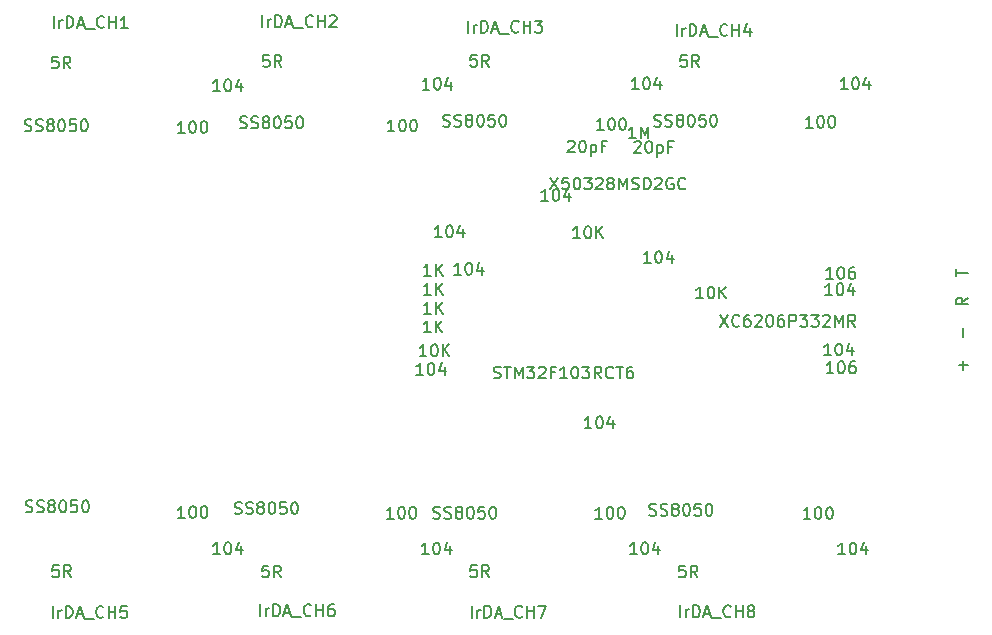
<source format=gbr>
G04 #@! TF.FileFunction,Other,Fab,Top*
%FSLAX46Y46*%
G04 Gerber Fmt 4.6, Leading zero omitted, Abs format (unit mm)*
G04 Created by KiCad (PCBNEW 4.0.2-stable) date 2017年04月18日 星期二 03:54:15*
%MOMM*%
G01*
G04 APERTURE LIST*
%ADD10C,0.100000*%
%ADD11C,0.150000*%
G04 APERTURE END LIST*
D10*
D11*
X160757143Y-95872619D02*
X160804762Y-95825000D01*
X160900000Y-95777381D01*
X161138096Y-95777381D01*
X161233334Y-95825000D01*
X161280953Y-95872619D01*
X161328572Y-95967857D01*
X161328572Y-96063095D01*
X161280953Y-96205952D01*
X160709524Y-96777381D01*
X161328572Y-96777381D01*
X161947619Y-95777381D02*
X162042858Y-95777381D01*
X162138096Y-95825000D01*
X162185715Y-95872619D01*
X162233334Y-95967857D01*
X162280953Y-96158333D01*
X162280953Y-96396429D01*
X162233334Y-96586905D01*
X162185715Y-96682143D01*
X162138096Y-96729762D01*
X162042858Y-96777381D01*
X161947619Y-96777381D01*
X161852381Y-96729762D01*
X161804762Y-96682143D01*
X161757143Y-96586905D01*
X161709524Y-96396429D01*
X161709524Y-96158333D01*
X161757143Y-95967857D01*
X161804762Y-95872619D01*
X161852381Y-95825000D01*
X161947619Y-95777381D01*
X162709524Y-96110714D02*
X162709524Y-97110714D01*
X162709524Y-96158333D02*
X162804762Y-96110714D01*
X162995239Y-96110714D01*
X163090477Y-96158333D01*
X163138096Y-96205952D01*
X163185715Y-96301190D01*
X163185715Y-96586905D01*
X163138096Y-96682143D01*
X163090477Y-96729762D01*
X162995239Y-96777381D01*
X162804762Y-96777381D01*
X162709524Y-96729762D01*
X163947620Y-96253571D02*
X163614286Y-96253571D01*
X163614286Y-96777381D02*
X163614286Y-95777381D01*
X164090477Y-95777381D01*
X166382143Y-95897619D02*
X166429762Y-95850000D01*
X166525000Y-95802381D01*
X166763096Y-95802381D01*
X166858334Y-95850000D01*
X166905953Y-95897619D01*
X166953572Y-95992857D01*
X166953572Y-96088095D01*
X166905953Y-96230952D01*
X166334524Y-96802381D01*
X166953572Y-96802381D01*
X167572619Y-95802381D02*
X167667858Y-95802381D01*
X167763096Y-95850000D01*
X167810715Y-95897619D01*
X167858334Y-95992857D01*
X167905953Y-96183333D01*
X167905953Y-96421429D01*
X167858334Y-96611905D01*
X167810715Y-96707143D01*
X167763096Y-96754762D01*
X167667858Y-96802381D01*
X167572619Y-96802381D01*
X167477381Y-96754762D01*
X167429762Y-96707143D01*
X167382143Y-96611905D01*
X167334524Y-96421429D01*
X167334524Y-96183333D01*
X167382143Y-95992857D01*
X167429762Y-95897619D01*
X167477381Y-95850000D01*
X167572619Y-95802381D01*
X168334524Y-96135714D02*
X168334524Y-97135714D01*
X168334524Y-96183333D02*
X168429762Y-96135714D01*
X168620239Y-96135714D01*
X168715477Y-96183333D01*
X168763096Y-96230952D01*
X168810715Y-96326190D01*
X168810715Y-96611905D01*
X168763096Y-96707143D01*
X168715477Y-96754762D01*
X168620239Y-96802381D01*
X168429762Y-96802381D01*
X168334524Y-96754762D01*
X169572620Y-96278571D02*
X169239286Y-96278571D01*
X169239286Y-96802381D02*
X169239286Y-95802381D01*
X169715477Y-95802381D01*
X183233334Y-115452381D02*
X182661905Y-115452381D01*
X182947619Y-115452381D02*
X182947619Y-114452381D01*
X182852381Y-114595238D01*
X182757143Y-114690476D01*
X182661905Y-114738095D01*
X183852381Y-114452381D02*
X183947620Y-114452381D01*
X184042858Y-114500000D01*
X184090477Y-114547619D01*
X184138096Y-114642857D01*
X184185715Y-114833333D01*
X184185715Y-115071429D01*
X184138096Y-115261905D01*
X184090477Y-115357143D01*
X184042858Y-115404762D01*
X183947620Y-115452381D01*
X183852381Y-115452381D01*
X183757143Y-115404762D01*
X183709524Y-115357143D01*
X183661905Y-115261905D01*
X183614286Y-115071429D01*
X183614286Y-114833333D01*
X183661905Y-114642857D01*
X183709524Y-114547619D01*
X183757143Y-114500000D01*
X183852381Y-114452381D01*
X185042858Y-114452381D02*
X184852381Y-114452381D01*
X184757143Y-114500000D01*
X184709524Y-114547619D01*
X184614286Y-114690476D01*
X184566667Y-114880952D01*
X184566667Y-115261905D01*
X184614286Y-115357143D01*
X184661905Y-115404762D01*
X184757143Y-115452381D01*
X184947620Y-115452381D01*
X185042858Y-115404762D01*
X185090477Y-115357143D01*
X185138096Y-115261905D01*
X185138096Y-115023810D01*
X185090477Y-114928571D01*
X185042858Y-114880952D01*
X184947620Y-114833333D01*
X184757143Y-114833333D01*
X184661905Y-114880952D01*
X184614286Y-114928571D01*
X184566667Y-115023810D01*
X183033334Y-113952381D02*
X182461905Y-113952381D01*
X182747619Y-113952381D02*
X182747619Y-112952381D01*
X182652381Y-113095238D01*
X182557143Y-113190476D01*
X182461905Y-113238095D01*
X183652381Y-112952381D02*
X183747620Y-112952381D01*
X183842858Y-113000000D01*
X183890477Y-113047619D01*
X183938096Y-113142857D01*
X183985715Y-113333333D01*
X183985715Y-113571429D01*
X183938096Y-113761905D01*
X183890477Y-113857143D01*
X183842858Y-113904762D01*
X183747620Y-113952381D01*
X183652381Y-113952381D01*
X183557143Y-113904762D01*
X183509524Y-113857143D01*
X183461905Y-113761905D01*
X183414286Y-113571429D01*
X183414286Y-113333333D01*
X183461905Y-113142857D01*
X183509524Y-113047619D01*
X183557143Y-113000000D01*
X183652381Y-112952381D01*
X184842858Y-113285714D02*
X184842858Y-113952381D01*
X184604762Y-112904762D02*
X184366667Y-113619048D01*
X184985715Y-113619048D01*
X183133334Y-108852381D02*
X182561905Y-108852381D01*
X182847619Y-108852381D02*
X182847619Y-107852381D01*
X182752381Y-107995238D01*
X182657143Y-108090476D01*
X182561905Y-108138095D01*
X183752381Y-107852381D02*
X183847620Y-107852381D01*
X183942858Y-107900000D01*
X183990477Y-107947619D01*
X184038096Y-108042857D01*
X184085715Y-108233333D01*
X184085715Y-108471429D01*
X184038096Y-108661905D01*
X183990477Y-108757143D01*
X183942858Y-108804762D01*
X183847620Y-108852381D01*
X183752381Y-108852381D01*
X183657143Y-108804762D01*
X183609524Y-108757143D01*
X183561905Y-108661905D01*
X183514286Y-108471429D01*
X183514286Y-108233333D01*
X183561905Y-108042857D01*
X183609524Y-107947619D01*
X183657143Y-107900000D01*
X183752381Y-107852381D01*
X184942858Y-108185714D02*
X184942858Y-108852381D01*
X184704762Y-107804762D02*
X184466667Y-108519048D01*
X185085715Y-108519048D01*
X183208334Y-107477381D02*
X182636905Y-107477381D01*
X182922619Y-107477381D02*
X182922619Y-106477381D01*
X182827381Y-106620238D01*
X182732143Y-106715476D01*
X182636905Y-106763095D01*
X183827381Y-106477381D02*
X183922620Y-106477381D01*
X184017858Y-106525000D01*
X184065477Y-106572619D01*
X184113096Y-106667857D01*
X184160715Y-106858333D01*
X184160715Y-107096429D01*
X184113096Y-107286905D01*
X184065477Y-107382143D01*
X184017858Y-107429762D01*
X183922620Y-107477381D01*
X183827381Y-107477381D01*
X183732143Y-107429762D01*
X183684524Y-107382143D01*
X183636905Y-107286905D01*
X183589286Y-107096429D01*
X183589286Y-106858333D01*
X183636905Y-106667857D01*
X183684524Y-106572619D01*
X183732143Y-106525000D01*
X183827381Y-106477381D01*
X185017858Y-106477381D02*
X184827381Y-106477381D01*
X184732143Y-106525000D01*
X184684524Y-106572619D01*
X184589286Y-106715476D01*
X184541667Y-106905952D01*
X184541667Y-107286905D01*
X184589286Y-107382143D01*
X184636905Y-107429762D01*
X184732143Y-107477381D01*
X184922620Y-107477381D01*
X185017858Y-107429762D01*
X185065477Y-107382143D01*
X185113096Y-107286905D01*
X185113096Y-107048810D01*
X185065477Y-106953571D01*
X185017858Y-106905952D01*
X184922620Y-106858333D01*
X184732143Y-106858333D01*
X184636905Y-106905952D01*
X184589286Y-106953571D01*
X184541667Y-107048810D01*
X167783334Y-106127381D02*
X167211905Y-106127381D01*
X167497619Y-106127381D02*
X167497619Y-105127381D01*
X167402381Y-105270238D01*
X167307143Y-105365476D01*
X167211905Y-105413095D01*
X168402381Y-105127381D02*
X168497620Y-105127381D01*
X168592858Y-105175000D01*
X168640477Y-105222619D01*
X168688096Y-105317857D01*
X168735715Y-105508333D01*
X168735715Y-105746429D01*
X168688096Y-105936905D01*
X168640477Y-106032143D01*
X168592858Y-106079762D01*
X168497620Y-106127381D01*
X168402381Y-106127381D01*
X168307143Y-106079762D01*
X168259524Y-106032143D01*
X168211905Y-105936905D01*
X168164286Y-105746429D01*
X168164286Y-105508333D01*
X168211905Y-105317857D01*
X168259524Y-105222619D01*
X168307143Y-105175000D01*
X168402381Y-105127381D01*
X169592858Y-105460714D02*
X169592858Y-106127381D01*
X169354762Y-105079762D02*
X169116667Y-105794048D01*
X169735715Y-105794048D01*
X150083334Y-103952381D02*
X149511905Y-103952381D01*
X149797619Y-103952381D02*
X149797619Y-102952381D01*
X149702381Y-103095238D01*
X149607143Y-103190476D01*
X149511905Y-103238095D01*
X150702381Y-102952381D02*
X150797620Y-102952381D01*
X150892858Y-103000000D01*
X150940477Y-103047619D01*
X150988096Y-103142857D01*
X151035715Y-103333333D01*
X151035715Y-103571429D01*
X150988096Y-103761905D01*
X150940477Y-103857143D01*
X150892858Y-103904762D01*
X150797620Y-103952381D01*
X150702381Y-103952381D01*
X150607143Y-103904762D01*
X150559524Y-103857143D01*
X150511905Y-103761905D01*
X150464286Y-103571429D01*
X150464286Y-103333333D01*
X150511905Y-103142857D01*
X150559524Y-103047619D01*
X150607143Y-103000000D01*
X150702381Y-102952381D01*
X151892858Y-103285714D02*
X151892858Y-103952381D01*
X151654762Y-102904762D02*
X151416667Y-103619048D01*
X152035715Y-103619048D01*
X159083334Y-100877381D02*
X158511905Y-100877381D01*
X158797619Y-100877381D02*
X158797619Y-99877381D01*
X158702381Y-100020238D01*
X158607143Y-100115476D01*
X158511905Y-100163095D01*
X159702381Y-99877381D02*
X159797620Y-99877381D01*
X159892858Y-99925000D01*
X159940477Y-99972619D01*
X159988096Y-100067857D01*
X160035715Y-100258333D01*
X160035715Y-100496429D01*
X159988096Y-100686905D01*
X159940477Y-100782143D01*
X159892858Y-100829762D01*
X159797620Y-100877381D01*
X159702381Y-100877381D01*
X159607143Y-100829762D01*
X159559524Y-100782143D01*
X159511905Y-100686905D01*
X159464286Y-100496429D01*
X159464286Y-100258333D01*
X159511905Y-100067857D01*
X159559524Y-99972619D01*
X159607143Y-99925000D01*
X159702381Y-99877381D01*
X160892858Y-100210714D02*
X160892858Y-100877381D01*
X160654762Y-99829762D02*
X160416667Y-100544048D01*
X161035715Y-100544048D01*
X151708334Y-107127381D02*
X151136905Y-107127381D01*
X151422619Y-107127381D02*
X151422619Y-106127381D01*
X151327381Y-106270238D01*
X151232143Y-106365476D01*
X151136905Y-106413095D01*
X152327381Y-106127381D02*
X152422620Y-106127381D01*
X152517858Y-106175000D01*
X152565477Y-106222619D01*
X152613096Y-106317857D01*
X152660715Y-106508333D01*
X152660715Y-106746429D01*
X152613096Y-106936905D01*
X152565477Y-107032143D01*
X152517858Y-107079762D01*
X152422620Y-107127381D01*
X152327381Y-107127381D01*
X152232143Y-107079762D01*
X152184524Y-107032143D01*
X152136905Y-106936905D01*
X152089286Y-106746429D01*
X152089286Y-106508333D01*
X152136905Y-106317857D01*
X152184524Y-106222619D01*
X152232143Y-106175000D01*
X152327381Y-106127381D01*
X153517858Y-106460714D02*
X153517858Y-107127381D01*
X153279762Y-106079762D02*
X153041667Y-106794048D01*
X153660715Y-106794048D01*
X162758334Y-120127381D02*
X162186905Y-120127381D01*
X162472619Y-120127381D02*
X162472619Y-119127381D01*
X162377381Y-119270238D01*
X162282143Y-119365476D01*
X162186905Y-119413095D01*
X163377381Y-119127381D02*
X163472620Y-119127381D01*
X163567858Y-119175000D01*
X163615477Y-119222619D01*
X163663096Y-119317857D01*
X163710715Y-119508333D01*
X163710715Y-119746429D01*
X163663096Y-119936905D01*
X163615477Y-120032143D01*
X163567858Y-120079762D01*
X163472620Y-120127381D01*
X163377381Y-120127381D01*
X163282143Y-120079762D01*
X163234524Y-120032143D01*
X163186905Y-119936905D01*
X163139286Y-119746429D01*
X163139286Y-119508333D01*
X163186905Y-119317857D01*
X163234524Y-119222619D01*
X163282143Y-119175000D01*
X163377381Y-119127381D01*
X164567858Y-119460714D02*
X164567858Y-120127381D01*
X164329762Y-119079762D02*
X164091667Y-119794048D01*
X164710715Y-119794048D01*
X131308334Y-91577381D02*
X130736905Y-91577381D01*
X131022619Y-91577381D02*
X131022619Y-90577381D01*
X130927381Y-90720238D01*
X130832143Y-90815476D01*
X130736905Y-90863095D01*
X131927381Y-90577381D02*
X132022620Y-90577381D01*
X132117858Y-90625000D01*
X132165477Y-90672619D01*
X132213096Y-90767857D01*
X132260715Y-90958333D01*
X132260715Y-91196429D01*
X132213096Y-91386905D01*
X132165477Y-91482143D01*
X132117858Y-91529762D01*
X132022620Y-91577381D01*
X131927381Y-91577381D01*
X131832143Y-91529762D01*
X131784524Y-91482143D01*
X131736905Y-91386905D01*
X131689286Y-91196429D01*
X131689286Y-90958333D01*
X131736905Y-90767857D01*
X131784524Y-90672619D01*
X131832143Y-90625000D01*
X131927381Y-90577381D01*
X133117858Y-90910714D02*
X133117858Y-91577381D01*
X132879762Y-90529762D02*
X132641667Y-91244048D01*
X133260715Y-91244048D01*
X149040934Y-91447881D02*
X148469505Y-91447881D01*
X148755219Y-91447881D02*
X148755219Y-90447881D01*
X148659981Y-90590738D01*
X148564743Y-90685976D01*
X148469505Y-90733595D01*
X149659981Y-90447881D02*
X149755220Y-90447881D01*
X149850458Y-90495500D01*
X149898077Y-90543119D01*
X149945696Y-90638357D01*
X149993315Y-90828833D01*
X149993315Y-91066929D01*
X149945696Y-91257405D01*
X149898077Y-91352643D01*
X149850458Y-91400262D01*
X149755220Y-91447881D01*
X149659981Y-91447881D01*
X149564743Y-91400262D01*
X149517124Y-91352643D01*
X149469505Y-91257405D01*
X149421886Y-91066929D01*
X149421886Y-90828833D01*
X149469505Y-90638357D01*
X149517124Y-90543119D01*
X149564743Y-90495500D01*
X149659981Y-90447881D01*
X150850458Y-90781214D02*
X150850458Y-91447881D01*
X150612362Y-90400262D02*
X150374267Y-91114548D01*
X150993315Y-91114548D01*
X166758334Y-91427381D02*
X166186905Y-91427381D01*
X166472619Y-91427381D02*
X166472619Y-90427381D01*
X166377381Y-90570238D01*
X166282143Y-90665476D01*
X166186905Y-90713095D01*
X167377381Y-90427381D02*
X167472620Y-90427381D01*
X167567858Y-90475000D01*
X167615477Y-90522619D01*
X167663096Y-90617857D01*
X167710715Y-90808333D01*
X167710715Y-91046429D01*
X167663096Y-91236905D01*
X167615477Y-91332143D01*
X167567858Y-91379762D01*
X167472620Y-91427381D01*
X167377381Y-91427381D01*
X167282143Y-91379762D01*
X167234524Y-91332143D01*
X167186905Y-91236905D01*
X167139286Y-91046429D01*
X167139286Y-90808333D01*
X167186905Y-90617857D01*
X167234524Y-90522619D01*
X167282143Y-90475000D01*
X167377381Y-90427381D01*
X168567858Y-90760714D02*
X168567858Y-91427381D01*
X168329762Y-90379762D02*
X168091667Y-91094048D01*
X168710715Y-91094048D01*
X184458334Y-91427381D02*
X183886905Y-91427381D01*
X184172619Y-91427381D02*
X184172619Y-90427381D01*
X184077381Y-90570238D01*
X183982143Y-90665476D01*
X183886905Y-90713095D01*
X185077381Y-90427381D02*
X185172620Y-90427381D01*
X185267858Y-90475000D01*
X185315477Y-90522619D01*
X185363096Y-90617857D01*
X185410715Y-90808333D01*
X185410715Y-91046429D01*
X185363096Y-91236905D01*
X185315477Y-91332143D01*
X185267858Y-91379762D01*
X185172620Y-91427381D01*
X185077381Y-91427381D01*
X184982143Y-91379762D01*
X184934524Y-91332143D01*
X184886905Y-91236905D01*
X184839286Y-91046429D01*
X184839286Y-90808333D01*
X184886905Y-90617857D01*
X184934524Y-90522619D01*
X184982143Y-90475000D01*
X185077381Y-90427381D01*
X186267858Y-90760714D02*
X186267858Y-91427381D01*
X186029762Y-90379762D02*
X185791667Y-91094048D01*
X186410715Y-91094048D01*
X148508334Y-115602381D02*
X147936905Y-115602381D01*
X148222619Y-115602381D02*
X148222619Y-114602381D01*
X148127381Y-114745238D01*
X148032143Y-114840476D01*
X147936905Y-114888095D01*
X149127381Y-114602381D02*
X149222620Y-114602381D01*
X149317858Y-114650000D01*
X149365477Y-114697619D01*
X149413096Y-114792857D01*
X149460715Y-114983333D01*
X149460715Y-115221429D01*
X149413096Y-115411905D01*
X149365477Y-115507143D01*
X149317858Y-115554762D01*
X149222620Y-115602381D01*
X149127381Y-115602381D01*
X149032143Y-115554762D01*
X148984524Y-115507143D01*
X148936905Y-115411905D01*
X148889286Y-115221429D01*
X148889286Y-114983333D01*
X148936905Y-114792857D01*
X148984524Y-114697619D01*
X149032143Y-114650000D01*
X149127381Y-114602381D01*
X150317858Y-114935714D02*
X150317858Y-115602381D01*
X150079762Y-114554762D02*
X149841667Y-115269048D01*
X150460715Y-115269048D01*
X131308334Y-130777381D02*
X130736905Y-130777381D01*
X131022619Y-130777381D02*
X131022619Y-129777381D01*
X130927381Y-129920238D01*
X130832143Y-130015476D01*
X130736905Y-130063095D01*
X131927381Y-129777381D02*
X132022620Y-129777381D01*
X132117858Y-129825000D01*
X132165477Y-129872619D01*
X132213096Y-129967857D01*
X132260715Y-130158333D01*
X132260715Y-130396429D01*
X132213096Y-130586905D01*
X132165477Y-130682143D01*
X132117858Y-130729762D01*
X132022620Y-130777381D01*
X131927381Y-130777381D01*
X131832143Y-130729762D01*
X131784524Y-130682143D01*
X131736905Y-130586905D01*
X131689286Y-130396429D01*
X131689286Y-130158333D01*
X131736905Y-129967857D01*
X131784524Y-129872619D01*
X131832143Y-129825000D01*
X131927381Y-129777381D01*
X133117858Y-130110714D02*
X133117858Y-130777381D01*
X132879762Y-129729762D02*
X132641667Y-130444048D01*
X133260715Y-130444048D01*
X148983334Y-130802381D02*
X148411905Y-130802381D01*
X148697619Y-130802381D02*
X148697619Y-129802381D01*
X148602381Y-129945238D01*
X148507143Y-130040476D01*
X148411905Y-130088095D01*
X149602381Y-129802381D02*
X149697620Y-129802381D01*
X149792858Y-129850000D01*
X149840477Y-129897619D01*
X149888096Y-129992857D01*
X149935715Y-130183333D01*
X149935715Y-130421429D01*
X149888096Y-130611905D01*
X149840477Y-130707143D01*
X149792858Y-130754762D01*
X149697620Y-130802381D01*
X149602381Y-130802381D01*
X149507143Y-130754762D01*
X149459524Y-130707143D01*
X149411905Y-130611905D01*
X149364286Y-130421429D01*
X149364286Y-130183333D01*
X149411905Y-129992857D01*
X149459524Y-129897619D01*
X149507143Y-129850000D01*
X149602381Y-129802381D01*
X150792858Y-130135714D02*
X150792858Y-130802381D01*
X150554762Y-129754762D02*
X150316667Y-130469048D01*
X150935715Y-130469048D01*
X166608334Y-130777381D02*
X166036905Y-130777381D01*
X166322619Y-130777381D02*
X166322619Y-129777381D01*
X166227381Y-129920238D01*
X166132143Y-130015476D01*
X166036905Y-130063095D01*
X167227381Y-129777381D02*
X167322620Y-129777381D01*
X167417858Y-129825000D01*
X167465477Y-129872619D01*
X167513096Y-129967857D01*
X167560715Y-130158333D01*
X167560715Y-130396429D01*
X167513096Y-130586905D01*
X167465477Y-130682143D01*
X167417858Y-130729762D01*
X167322620Y-130777381D01*
X167227381Y-130777381D01*
X167132143Y-130729762D01*
X167084524Y-130682143D01*
X167036905Y-130586905D01*
X166989286Y-130396429D01*
X166989286Y-130158333D01*
X167036905Y-129967857D01*
X167084524Y-129872619D01*
X167132143Y-129825000D01*
X167227381Y-129777381D01*
X168417858Y-130110714D02*
X168417858Y-130777381D01*
X168179762Y-129729762D02*
X167941667Y-130444048D01*
X168560715Y-130444048D01*
X184233334Y-130802381D02*
X183661905Y-130802381D01*
X183947619Y-130802381D02*
X183947619Y-129802381D01*
X183852381Y-129945238D01*
X183757143Y-130040476D01*
X183661905Y-130088095D01*
X184852381Y-129802381D02*
X184947620Y-129802381D01*
X185042858Y-129850000D01*
X185090477Y-129897619D01*
X185138096Y-129992857D01*
X185185715Y-130183333D01*
X185185715Y-130421429D01*
X185138096Y-130611905D01*
X185090477Y-130707143D01*
X185042858Y-130754762D01*
X184947620Y-130802381D01*
X184852381Y-130802381D01*
X184757143Y-130754762D01*
X184709524Y-130707143D01*
X184661905Y-130611905D01*
X184614286Y-130421429D01*
X184614286Y-130183333D01*
X184661905Y-129992857D01*
X184709524Y-129897619D01*
X184757143Y-129850000D01*
X184852381Y-129802381D01*
X186042858Y-130135714D02*
X186042858Y-130802381D01*
X185804762Y-129754762D02*
X185566667Y-130469048D01*
X186185715Y-130469048D01*
X117220952Y-86238381D02*
X117220952Y-85238381D01*
X117697142Y-86238381D02*
X117697142Y-85571714D01*
X117697142Y-85762190D02*
X117744761Y-85666952D01*
X117792380Y-85619333D01*
X117887618Y-85571714D01*
X117982857Y-85571714D01*
X118316190Y-86238381D02*
X118316190Y-85238381D01*
X118554285Y-85238381D01*
X118697143Y-85286000D01*
X118792381Y-85381238D01*
X118840000Y-85476476D01*
X118887619Y-85666952D01*
X118887619Y-85809810D01*
X118840000Y-86000286D01*
X118792381Y-86095524D01*
X118697143Y-86190762D01*
X118554285Y-86238381D01*
X118316190Y-86238381D01*
X119268571Y-85952667D02*
X119744762Y-85952667D01*
X119173333Y-86238381D02*
X119506666Y-85238381D01*
X119840000Y-86238381D01*
X119935238Y-86333619D02*
X120697143Y-86333619D01*
X121506667Y-86143143D02*
X121459048Y-86190762D01*
X121316191Y-86238381D01*
X121220953Y-86238381D01*
X121078095Y-86190762D01*
X120982857Y-86095524D01*
X120935238Y-86000286D01*
X120887619Y-85809810D01*
X120887619Y-85666952D01*
X120935238Y-85476476D01*
X120982857Y-85381238D01*
X121078095Y-85286000D01*
X121220953Y-85238381D01*
X121316191Y-85238381D01*
X121459048Y-85286000D01*
X121506667Y-85333619D01*
X121935238Y-86238381D02*
X121935238Y-85238381D01*
X121935238Y-85714571D02*
X122506667Y-85714571D01*
X122506667Y-86238381D02*
X122506667Y-85238381D01*
X123506667Y-86238381D02*
X122935238Y-86238381D01*
X123220952Y-86238381D02*
X123220952Y-85238381D01*
X123125714Y-85381238D01*
X123030476Y-85476476D01*
X122935238Y-85524095D01*
X134889852Y-86164981D02*
X134889852Y-85164981D01*
X135366042Y-86164981D02*
X135366042Y-85498314D01*
X135366042Y-85688790D02*
X135413661Y-85593552D01*
X135461280Y-85545933D01*
X135556518Y-85498314D01*
X135651757Y-85498314D01*
X135985090Y-86164981D02*
X135985090Y-85164981D01*
X136223185Y-85164981D01*
X136366043Y-85212600D01*
X136461281Y-85307838D01*
X136508900Y-85403076D01*
X136556519Y-85593552D01*
X136556519Y-85736410D01*
X136508900Y-85926886D01*
X136461281Y-86022124D01*
X136366043Y-86117362D01*
X136223185Y-86164981D01*
X135985090Y-86164981D01*
X136937471Y-85879267D02*
X137413662Y-85879267D01*
X136842233Y-86164981D02*
X137175566Y-85164981D01*
X137508900Y-86164981D01*
X137604138Y-86260219D02*
X138366043Y-86260219D01*
X139175567Y-86069743D02*
X139127948Y-86117362D01*
X138985091Y-86164981D01*
X138889853Y-86164981D01*
X138746995Y-86117362D01*
X138651757Y-86022124D01*
X138604138Y-85926886D01*
X138556519Y-85736410D01*
X138556519Y-85593552D01*
X138604138Y-85403076D01*
X138651757Y-85307838D01*
X138746995Y-85212600D01*
X138889853Y-85164981D01*
X138985091Y-85164981D01*
X139127948Y-85212600D01*
X139175567Y-85260219D01*
X139604138Y-86164981D02*
X139604138Y-85164981D01*
X139604138Y-85641171D02*
X140175567Y-85641171D01*
X140175567Y-86164981D02*
X140175567Y-85164981D01*
X140604138Y-85260219D02*
X140651757Y-85212600D01*
X140746995Y-85164981D01*
X140985091Y-85164981D01*
X141080329Y-85212600D01*
X141127948Y-85260219D01*
X141175567Y-85355457D01*
X141175567Y-85450695D01*
X141127948Y-85593552D01*
X140556519Y-86164981D01*
X141175567Y-86164981D01*
X152305952Y-86627381D02*
X152305952Y-85627381D01*
X152782142Y-86627381D02*
X152782142Y-85960714D01*
X152782142Y-86151190D02*
X152829761Y-86055952D01*
X152877380Y-86008333D01*
X152972618Y-85960714D01*
X153067857Y-85960714D01*
X153401190Y-86627381D02*
X153401190Y-85627381D01*
X153639285Y-85627381D01*
X153782143Y-85675000D01*
X153877381Y-85770238D01*
X153925000Y-85865476D01*
X153972619Y-86055952D01*
X153972619Y-86198810D01*
X153925000Y-86389286D01*
X153877381Y-86484524D01*
X153782143Y-86579762D01*
X153639285Y-86627381D01*
X153401190Y-86627381D01*
X154353571Y-86341667D02*
X154829762Y-86341667D01*
X154258333Y-86627381D02*
X154591666Y-85627381D01*
X154925000Y-86627381D01*
X155020238Y-86722619D02*
X155782143Y-86722619D01*
X156591667Y-86532143D02*
X156544048Y-86579762D01*
X156401191Y-86627381D01*
X156305953Y-86627381D01*
X156163095Y-86579762D01*
X156067857Y-86484524D01*
X156020238Y-86389286D01*
X155972619Y-86198810D01*
X155972619Y-86055952D01*
X156020238Y-85865476D01*
X156067857Y-85770238D01*
X156163095Y-85675000D01*
X156305953Y-85627381D01*
X156401191Y-85627381D01*
X156544048Y-85675000D01*
X156591667Y-85722619D01*
X157020238Y-86627381D02*
X157020238Y-85627381D01*
X157020238Y-86103571D02*
X157591667Y-86103571D01*
X157591667Y-86627381D02*
X157591667Y-85627381D01*
X157972619Y-85627381D02*
X158591667Y-85627381D01*
X158258333Y-86008333D01*
X158401191Y-86008333D01*
X158496429Y-86055952D01*
X158544048Y-86103571D01*
X158591667Y-86198810D01*
X158591667Y-86436905D01*
X158544048Y-86532143D01*
X158496429Y-86579762D01*
X158401191Y-86627381D01*
X158115476Y-86627381D01*
X158020238Y-86579762D01*
X157972619Y-86532143D01*
X169980952Y-86902381D02*
X169980952Y-85902381D01*
X170457142Y-86902381D02*
X170457142Y-86235714D01*
X170457142Y-86426190D02*
X170504761Y-86330952D01*
X170552380Y-86283333D01*
X170647618Y-86235714D01*
X170742857Y-86235714D01*
X171076190Y-86902381D02*
X171076190Y-85902381D01*
X171314285Y-85902381D01*
X171457143Y-85950000D01*
X171552381Y-86045238D01*
X171600000Y-86140476D01*
X171647619Y-86330952D01*
X171647619Y-86473810D01*
X171600000Y-86664286D01*
X171552381Y-86759524D01*
X171457143Y-86854762D01*
X171314285Y-86902381D01*
X171076190Y-86902381D01*
X172028571Y-86616667D02*
X172504762Y-86616667D01*
X171933333Y-86902381D02*
X172266666Y-85902381D01*
X172600000Y-86902381D01*
X172695238Y-86997619D02*
X173457143Y-86997619D01*
X174266667Y-86807143D02*
X174219048Y-86854762D01*
X174076191Y-86902381D01*
X173980953Y-86902381D01*
X173838095Y-86854762D01*
X173742857Y-86759524D01*
X173695238Y-86664286D01*
X173647619Y-86473810D01*
X173647619Y-86330952D01*
X173695238Y-86140476D01*
X173742857Y-86045238D01*
X173838095Y-85950000D01*
X173980953Y-85902381D01*
X174076191Y-85902381D01*
X174219048Y-85950000D01*
X174266667Y-85997619D01*
X174695238Y-86902381D02*
X174695238Y-85902381D01*
X174695238Y-86378571D02*
X175266667Y-86378571D01*
X175266667Y-86902381D02*
X175266667Y-85902381D01*
X176171429Y-86235714D02*
X176171429Y-86902381D01*
X175933333Y-85854762D02*
X175695238Y-86569048D01*
X176314286Y-86569048D01*
X117155952Y-136177381D02*
X117155952Y-135177381D01*
X117632142Y-136177381D02*
X117632142Y-135510714D01*
X117632142Y-135701190D02*
X117679761Y-135605952D01*
X117727380Y-135558333D01*
X117822618Y-135510714D01*
X117917857Y-135510714D01*
X118251190Y-136177381D02*
X118251190Y-135177381D01*
X118489285Y-135177381D01*
X118632143Y-135225000D01*
X118727381Y-135320238D01*
X118775000Y-135415476D01*
X118822619Y-135605952D01*
X118822619Y-135748810D01*
X118775000Y-135939286D01*
X118727381Y-136034524D01*
X118632143Y-136129762D01*
X118489285Y-136177381D01*
X118251190Y-136177381D01*
X119203571Y-135891667D02*
X119679762Y-135891667D01*
X119108333Y-136177381D02*
X119441666Y-135177381D01*
X119775000Y-136177381D01*
X119870238Y-136272619D02*
X120632143Y-136272619D01*
X121441667Y-136082143D02*
X121394048Y-136129762D01*
X121251191Y-136177381D01*
X121155953Y-136177381D01*
X121013095Y-136129762D01*
X120917857Y-136034524D01*
X120870238Y-135939286D01*
X120822619Y-135748810D01*
X120822619Y-135605952D01*
X120870238Y-135415476D01*
X120917857Y-135320238D01*
X121013095Y-135225000D01*
X121155953Y-135177381D01*
X121251191Y-135177381D01*
X121394048Y-135225000D01*
X121441667Y-135272619D01*
X121870238Y-136177381D02*
X121870238Y-135177381D01*
X121870238Y-135653571D02*
X122441667Y-135653571D01*
X122441667Y-136177381D02*
X122441667Y-135177381D01*
X123394048Y-135177381D02*
X122917857Y-135177381D01*
X122870238Y-135653571D01*
X122917857Y-135605952D01*
X123013095Y-135558333D01*
X123251191Y-135558333D01*
X123346429Y-135605952D01*
X123394048Y-135653571D01*
X123441667Y-135748810D01*
X123441667Y-135986905D01*
X123394048Y-136082143D01*
X123346429Y-136129762D01*
X123251191Y-136177381D01*
X123013095Y-136177381D01*
X122917857Y-136129762D01*
X122870238Y-136082143D01*
X134730952Y-136027381D02*
X134730952Y-135027381D01*
X135207142Y-136027381D02*
X135207142Y-135360714D01*
X135207142Y-135551190D02*
X135254761Y-135455952D01*
X135302380Y-135408333D01*
X135397618Y-135360714D01*
X135492857Y-135360714D01*
X135826190Y-136027381D02*
X135826190Y-135027381D01*
X136064285Y-135027381D01*
X136207143Y-135075000D01*
X136302381Y-135170238D01*
X136350000Y-135265476D01*
X136397619Y-135455952D01*
X136397619Y-135598810D01*
X136350000Y-135789286D01*
X136302381Y-135884524D01*
X136207143Y-135979762D01*
X136064285Y-136027381D01*
X135826190Y-136027381D01*
X136778571Y-135741667D02*
X137254762Y-135741667D01*
X136683333Y-136027381D02*
X137016666Y-135027381D01*
X137350000Y-136027381D01*
X137445238Y-136122619D02*
X138207143Y-136122619D01*
X139016667Y-135932143D02*
X138969048Y-135979762D01*
X138826191Y-136027381D01*
X138730953Y-136027381D01*
X138588095Y-135979762D01*
X138492857Y-135884524D01*
X138445238Y-135789286D01*
X138397619Y-135598810D01*
X138397619Y-135455952D01*
X138445238Y-135265476D01*
X138492857Y-135170238D01*
X138588095Y-135075000D01*
X138730953Y-135027381D01*
X138826191Y-135027381D01*
X138969048Y-135075000D01*
X139016667Y-135122619D01*
X139445238Y-136027381D02*
X139445238Y-135027381D01*
X139445238Y-135503571D02*
X140016667Y-135503571D01*
X140016667Y-136027381D02*
X140016667Y-135027381D01*
X140921429Y-135027381D02*
X140730952Y-135027381D01*
X140635714Y-135075000D01*
X140588095Y-135122619D01*
X140492857Y-135265476D01*
X140445238Y-135455952D01*
X140445238Y-135836905D01*
X140492857Y-135932143D01*
X140540476Y-135979762D01*
X140635714Y-136027381D01*
X140826191Y-136027381D01*
X140921429Y-135979762D01*
X140969048Y-135932143D01*
X141016667Y-135836905D01*
X141016667Y-135598810D01*
X140969048Y-135503571D01*
X140921429Y-135455952D01*
X140826191Y-135408333D01*
X140635714Y-135408333D01*
X140540476Y-135455952D01*
X140492857Y-135503571D01*
X140445238Y-135598810D01*
X152605952Y-136152381D02*
X152605952Y-135152381D01*
X153082142Y-136152381D02*
X153082142Y-135485714D01*
X153082142Y-135676190D02*
X153129761Y-135580952D01*
X153177380Y-135533333D01*
X153272618Y-135485714D01*
X153367857Y-135485714D01*
X153701190Y-136152381D02*
X153701190Y-135152381D01*
X153939285Y-135152381D01*
X154082143Y-135200000D01*
X154177381Y-135295238D01*
X154225000Y-135390476D01*
X154272619Y-135580952D01*
X154272619Y-135723810D01*
X154225000Y-135914286D01*
X154177381Y-136009524D01*
X154082143Y-136104762D01*
X153939285Y-136152381D01*
X153701190Y-136152381D01*
X154653571Y-135866667D02*
X155129762Y-135866667D01*
X154558333Y-136152381D02*
X154891666Y-135152381D01*
X155225000Y-136152381D01*
X155320238Y-136247619D02*
X156082143Y-136247619D01*
X156891667Y-136057143D02*
X156844048Y-136104762D01*
X156701191Y-136152381D01*
X156605953Y-136152381D01*
X156463095Y-136104762D01*
X156367857Y-136009524D01*
X156320238Y-135914286D01*
X156272619Y-135723810D01*
X156272619Y-135580952D01*
X156320238Y-135390476D01*
X156367857Y-135295238D01*
X156463095Y-135200000D01*
X156605953Y-135152381D01*
X156701191Y-135152381D01*
X156844048Y-135200000D01*
X156891667Y-135247619D01*
X157320238Y-136152381D02*
X157320238Y-135152381D01*
X157320238Y-135628571D02*
X157891667Y-135628571D01*
X157891667Y-136152381D02*
X157891667Y-135152381D01*
X158272619Y-135152381D02*
X158939286Y-135152381D01*
X158510714Y-136152381D01*
X170265952Y-136127381D02*
X170265952Y-135127381D01*
X170742142Y-136127381D02*
X170742142Y-135460714D01*
X170742142Y-135651190D02*
X170789761Y-135555952D01*
X170837380Y-135508333D01*
X170932618Y-135460714D01*
X171027857Y-135460714D01*
X171361190Y-136127381D02*
X171361190Y-135127381D01*
X171599285Y-135127381D01*
X171742143Y-135175000D01*
X171837381Y-135270238D01*
X171885000Y-135365476D01*
X171932619Y-135555952D01*
X171932619Y-135698810D01*
X171885000Y-135889286D01*
X171837381Y-135984524D01*
X171742143Y-136079762D01*
X171599285Y-136127381D01*
X171361190Y-136127381D01*
X172313571Y-135841667D02*
X172789762Y-135841667D01*
X172218333Y-136127381D02*
X172551666Y-135127381D01*
X172885000Y-136127381D01*
X172980238Y-136222619D02*
X173742143Y-136222619D01*
X174551667Y-136032143D02*
X174504048Y-136079762D01*
X174361191Y-136127381D01*
X174265953Y-136127381D01*
X174123095Y-136079762D01*
X174027857Y-135984524D01*
X173980238Y-135889286D01*
X173932619Y-135698810D01*
X173932619Y-135555952D01*
X173980238Y-135365476D01*
X174027857Y-135270238D01*
X174123095Y-135175000D01*
X174265953Y-135127381D01*
X174361191Y-135127381D01*
X174504048Y-135175000D01*
X174551667Y-135222619D01*
X174980238Y-136127381D02*
X174980238Y-135127381D01*
X174980238Y-135603571D02*
X175551667Y-135603571D01*
X175551667Y-136127381D02*
X175551667Y-135127381D01*
X176170714Y-135555952D02*
X176075476Y-135508333D01*
X176027857Y-135460714D01*
X175980238Y-135365476D01*
X175980238Y-135317857D01*
X176027857Y-135222619D01*
X176075476Y-135175000D01*
X176170714Y-135127381D01*
X176361191Y-135127381D01*
X176456429Y-135175000D01*
X176504048Y-135222619D01*
X176551667Y-135317857D01*
X176551667Y-135365476D01*
X176504048Y-135460714D01*
X176456429Y-135508333D01*
X176361191Y-135555952D01*
X176170714Y-135555952D01*
X176075476Y-135603571D01*
X176027857Y-135651190D01*
X175980238Y-135746429D01*
X175980238Y-135936905D01*
X176027857Y-136032143D01*
X176075476Y-136079762D01*
X176170714Y-136127381D01*
X176361191Y-136127381D01*
X176456429Y-136079762D01*
X176504048Y-136032143D01*
X176551667Y-135936905D01*
X176551667Y-135746429D01*
X176504048Y-135651190D01*
X176456429Y-135603571D01*
X176361191Y-135555952D01*
X194246429Y-115156667D02*
X194246429Y-114394762D01*
X194627381Y-114775714D02*
X193865476Y-114775714D01*
X194246429Y-112394762D02*
X194246429Y-111632857D01*
X194627381Y-109061428D02*
X194151190Y-109394762D01*
X194627381Y-109632857D02*
X193627381Y-109632857D01*
X193627381Y-109251904D01*
X193675000Y-109156666D01*
X193722619Y-109109047D01*
X193817857Y-109061428D01*
X193960714Y-109061428D01*
X194055952Y-109109047D01*
X194103571Y-109156666D01*
X194151190Y-109251904D01*
X194151190Y-109632857D01*
X193627381Y-107251904D02*
X193627381Y-106680475D01*
X194627381Y-106966190D02*
X193627381Y-106966190D01*
X114758333Y-94929762D02*
X114901190Y-94977381D01*
X115139286Y-94977381D01*
X115234524Y-94929762D01*
X115282143Y-94882143D01*
X115329762Y-94786905D01*
X115329762Y-94691667D01*
X115282143Y-94596429D01*
X115234524Y-94548810D01*
X115139286Y-94501190D01*
X114948809Y-94453571D01*
X114853571Y-94405952D01*
X114805952Y-94358333D01*
X114758333Y-94263095D01*
X114758333Y-94167857D01*
X114805952Y-94072619D01*
X114853571Y-94025000D01*
X114948809Y-93977381D01*
X115186905Y-93977381D01*
X115329762Y-94025000D01*
X115710714Y-94929762D02*
X115853571Y-94977381D01*
X116091667Y-94977381D01*
X116186905Y-94929762D01*
X116234524Y-94882143D01*
X116282143Y-94786905D01*
X116282143Y-94691667D01*
X116234524Y-94596429D01*
X116186905Y-94548810D01*
X116091667Y-94501190D01*
X115901190Y-94453571D01*
X115805952Y-94405952D01*
X115758333Y-94358333D01*
X115710714Y-94263095D01*
X115710714Y-94167857D01*
X115758333Y-94072619D01*
X115805952Y-94025000D01*
X115901190Y-93977381D01*
X116139286Y-93977381D01*
X116282143Y-94025000D01*
X116853571Y-94405952D02*
X116758333Y-94358333D01*
X116710714Y-94310714D01*
X116663095Y-94215476D01*
X116663095Y-94167857D01*
X116710714Y-94072619D01*
X116758333Y-94025000D01*
X116853571Y-93977381D01*
X117044048Y-93977381D01*
X117139286Y-94025000D01*
X117186905Y-94072619D01*
X117234524Y-94167857D01*
X117234524Y-94215476D01*
X117186905Y-94310714D01*
X117139286Y-94358333D01*
X117044048Y-94405952D01*
X116853571Y-94405952D01*
X116758333Y-94453571D01*
X116710714Y-94501190D01*
X116663095Y-94596429D01*
X116663095Y-94786905D01*
X116710714Y-94882143D01*
X116758333Y-94929762D01*
X116853571Y-94977381D01*
X117044048Y-94977381D01*
X117139286Y-94929762D01*
X117186905Y-94882143D01*
X117234524Y-94786905D01*
X117234524Y-94596429D01*
X117186905Y-94501190D01*
X117139286Y-94453571D01*
X117044048Y-94405952D01*
X117853571Y-93977381D02*
X117948810Y-93977381D01*
X118044048Y-94025000D01*
X118091667Y-94072619D01*
X118139286Y-94167857D01*
X118186905Y-94358333D01*
X118186905Y-94596429D01*
X118139286Y-94786905D01*
X118091667Y-94882143D01*
X118044048Y-94929762D01*
X117948810Y-94977381D01*
X117853571Y-94977381D01*
X117758333Y-94929762D01*
X117710714Y-94882143D01*
X117663095Y-94786905D01*
X117615476Y-94596429D01*
X117615476Y-94358333D01*
X117663095Y-94167857D01*
X117710714Y-94072619D01*
X117758333Y-94025000D01*
X117853571Y-93977381D01*
X119091667Y-93977381D02*
X118615476Y-93977381D01*
X118567857Y-94453571D01*
X118615476Y-94405952D01*
X118710714Y-94358333D01*
X118948810Y-94358333D01*
X119044048Y-94405952D01*
X119091667Y-94453571D01*
X119139286Y-94548810D01*
X119139286Y-94786905D01*
X119091667Y-94882143D01*
X119044048Y-94929762D01*
X118948810Y-94977381D01*
X118710714Y-94977381D01*
X118615476Y-94929762D01*
X118567857Y-94882143D01*
X119758333Y-93977381D02*
X119853572Y-93977381D01*
X119948810Y-94025000D01*
X119996429Y-94072619D01*
X120044048Y-94167857D01*
X120091667Y-94358333D01*
X120091667Y-94596429D01*
X120044048Y-94786905D01*
X119996429Y-94882143D01*
X119948810Y-94929762D01*
X119853572Y-94977381D01*
X119758333Y-94977381D01*
X119663095Y-94929762D01*
X119615476Y-94882143D01*
X119567857Y-94786905D01*
X119520238Y-94596429D01*
X119520238Y-94358333D01*
X119567857Y-94167857D01*
X119615476Y-94072619D01*
X119663095Y-94025000D01*
X119758333Y-93977381D01*
X133008333Y-94679762D02*
X133151190Y-94727381D01*
X133389286Y-94727381D01*
X133484524Y-94679762D01*
X133532143Y-94632143D01*
X133579762Y-94536905D01*
X133579762Y-94441667D01*
X133532143Y-94346429D01*
X133484524Y-94298810D01*
X133389286Y-94251190D01*
X133198809Y-94203571D01*
X133103571Y-94155952D01*
X133055952Y-94108333D01*
X133008333Y-94013095D01*
X133008333Y-93917857D01*
X133055952Y-93822619D01*
X133103571Y-93775000D01*
X133198809Y-93727381D01*
X133436905Y-93727381D01*
X133579762Y-93775000D01*
X133960714Y-94679762D02*
X134103571Y-94727381D01*
X134341667Y-94727381D01*
X134436905Y-94679762D01*
X134484524Y-94632143D01*
X134532143Y-94536905D01*
X134532143Y-94441667D01*
X134484524Y-94346429D01*
X134436905Y-94298810D01*
X134341667Y-94251190D01*
X134151190Y-94203571D01*
X134055952Y-94155952D01*
X134008333Y-94108333D01*
X133960714Y-94013095D01*
X133960714Y-93917857D01*
X134008333Y-93822619D01*
X134055952Y-93775000D01*
X134151190Y-93727381D01*
X134389286Y-93727381D01*
X134532143Y-93775000D01*
X135103571Y-94155952D02*
X135008333Y-94108333D01*
X134960714Y-94060714D01*
X134913095Y-93965476D01*
X134913095Y-93917857D01*
X134960714Y-93822619D01*
X135008333Y-93775000D01*
X135103571Y-93727381D01*
X135294048Y-93727381D01*
X135389286Y-93775000D01*
X135436905Y-93822619D01*
X135484524Y-93917857D01*
X135484524Y-93965476D01*
X135436905Y-94060714D01*
X135389286Y-94108333D01*
X135294048Y-94155952D01*
X135103571Y-94155952D01*
X135008333Y-94203571D01*
X134960714Y-94251190D01*
X134913095Y-94346429D01*
X134913095Y-94536905D01*
X134960714Y-94632143D01*
X135008333Y-94679762D01*
X135103571Y-94727381D01*
X135294048Y-94727381D01*
X135389286Y-94679762D01*
X135436905Y-94632143D01*
X135484524Y-94536905D01*
X135484524Y-94346429D01*
X135436905Y-94251190D01*
X135389286Y-94203571D01*
X135294048Y-94155952D01*
X136103571Y-93727381D02*
X136198810Y-93727381D01*
X136294048Y-93775000D01*
X136341667Y-93822619D01*
X136389286Y-93917857D01*
X136436905Y-94108333D01*
X136436905Y-94346429D01*
X136389286Y-94536905D01*
X136341667Y-94632143D01*
X136294048Y-94679762D01*
X136198810Y-94727381D01*
X136103571Y-94727381D01*
X136008333Y-94679762D01*
X135960714Y-94632143D01*
X135913095Y-94536905D01*
X135865476Y-94346429D01*
X135865476Y-94108333D01*
X135913095Y-93917857D01*
X135960714Y-93822619D01*
X136008333Y-93775000D01*
X136103571Y-93727381D01*
X137341667Y-93727381D02*
X136865476Y-93727381D01*
X136817857Y-94203571D01*
X136865476Y-94155952D01*
X136960714Y-94108333D01*
X137198810Y-94108333D01*
X137294048Y-94155952D01*
X137341667Y-94203571D01*
X137389286Y-94298810D01*
X137389286Y-94536905D01*
X137341667Y-94632143D01*
X137294048Y-94679762D01*
X137198810Y-94727381D01*
X136960714Y-94727381D01*
X136865476Y-94679762D01*
X136817857Y-94632143D01*
X138008333Y-93727381D02*
X138103572Y-93727381D01*
X138198810Y-93775000D01*
X138246429Y-93822619D01*
X138294048Y-93917857D01*
X138341667Y-94108333D01*
X138341667Y-94346429D01*
X138294048Y-94536905D01*
X138246429Y-94632143D01*
X138198810Y-94679762D01*
X138103572Y-94727381D01*
X138008333Y-94727381D01*
X137913095Y-94679762D01*
X137865476Y-94632143D01*
X137817857Y-94536905D01*
X137770238Y-94346429D01*
X137770238Y-94108333D01*
X137817857Y-93917857D01*
X137865476Y-93822619D01*
X137913095Y-93775000D01*
X138008333Y-93727381D01*
X150208333Y-94529762D02*
X150351190Y-94577381D01*
X150589286Y-94577381D01*
X150684524Y-94529762D01*
X150732143Y-94482143D01*
X150779762Y-94386905D01*
X150779762Y-94291667D01*
X150732143Y-94196429D01*
X150684524Y-94148810D01*
X150589286Y-94101190D01*
X150398809Y-94053571D01*
X150303571Y-94005952D01*
X150255952Y-93958333D01*
X150208333Y-93863095D01*
X150208333Y-93767857D01*
X150255952Y-93672619D01*
X150303571Y-93625000D01*
X150398809Y-93577381D01*
X150636905Y-93577381D01*
X150779762Y-93625000D01*
X151160714Y-94529762D02*
X151303571Y-94577381D01*
X151541667Y-94577381D01*
X151636905Y-94529762D01*
X151684524Y-94482143D01*
X151732143Y-94386905D01*
X151732143Y-94291667D01*
X151684524Y-94196429D01*
X151636905Y-94148810D01*
X151541667Y-94101190D01*
X151351190Y-94053571D01*
X151255952Y-94005952D01*
X151208333Y-93958333D01*
X151160714Y-93863095D01*
X151160714Y-93767857D01*
X151208333Y-93672619D01*
X151255952Y-93625000D01*
X151351190Y-93577381D01*
X151589286Y-93577381D01*
X151732143Y-93625000D01*
X152303571Y-94005952D02*
X152208333Y-93958333D01*
X152160714Y-93910714D01*
X152113095Y-93815476D01*
X152113095Y-93767857D01*
X152160714Y-93672619D01*
X152208333Y-93625000D01*
X152303571Y-93577381D01*
X152494048Y-93577381D01*
X152589286Y-93625000D01*
X152636905Y-93672619D01*
X152684524Y-93767857D01*
X152684524Y-93815476D01*
X152636905Y-93910714D01*
X152589286Y-93958333D01*
X152494048Y-94005952D01*
X152303571Y-94005952D01*
X152208333Y-94053571D01*
X152160714Y-94101190D01*
X152113095Y-94196429D01*
X152113095Y-94386905D01*
X152160714Y-94482143D01*
X152208333Y-94529762D01*
X152303571Y-94577381D01*
X152494048Y-94577381D01*
X152589286Y-94529762D01*
X152636905Y-94482143D01*
X152684524Y-94386905D01*
X152684524Y-94196429D01*
X152636905Y-94101190D01*
X152589286Y-94053571D01*
X152494048Y-94005952D01*
X153303571Y-93577381D02*
X153398810Y-93577381D01*
X153494048Y-93625000D01*
X153541667Y-93672619D01*
X153589286Y-93767857D01*
X153636905Y-93958333D01*
X153636905Y-94196429D01*
X153589286Y-94386905D01*
X153541667Y-94482143D01*
X153494048Y-94529762D01*
X153398810Y-94577381D01*
X153303571Y-94577381D01*
X153208333Y-94529762D01*
X153160714Y-94482143D01*
X153113095Y-94386905D01*
X153065476Y-94196429D01*
X153065476Y-93958333D01*
X153113095Y-93767857D01*
X153160714Y-93672619D01*
X153208333Y-93625000D01*
X153303571Y-93577381D01*
X154541667Y-93577381D02*
X154065476Y-93577381D01*
X154017857Y-94053571D01*
X154065476Y-94005952D01*
X154160714Y-93958333D01*
X154398810Y-93958333D01*
X154494048Y-94005952D01*
X154541667Y-94053571D01*
X154589286Y-94148810D01*
X154589286Y-94386905D01*
X154541667Y-94482143D01*
X154494048Y-94529762D01*
X154398810Y-94577381D01*
X154160714Y-94577381D01*
X154065476Y-94529762D01*
X154017857Y-94482143D01*
X155208333Y-93577381D02*
X155303572Y-93577381D01*
X155398810Y-93625000D01*
X155446429Y-93672619D01*
X155494048Y-93767857D01*
X155541667Y-93958333D01*
X155541667Y-94196429D01*
X155494048Y-94386905D01*
X155446429Y-94482143D01*
X155398810Y-94529762D01*
X155303572Y-94577381D01*
X155208333Y-94577381D01*
X155113095Y-94529762D01*
X155065476Y-94482143D01*
X155017857Y-94386905D01*
X154970238Y-94196429D01*
X154970238Y-93958333D01*
X155017857Y-93767857D01*
X155065476Y-93672619D01*
X155113095Y-93625000D01*
X155208333Y-93577381D01*
X168058333Y-94529762D02*
X168201190Y-94577381D01*
X168439286Y-94577381D01*
X168534524Y-94529762D01*
X168582143Y-94482143D01*
X168629762Y-94386905D01*
X168629762Y-94291667D01*
X168582143Y-94196429D01*
X168534524Y-94148810D01*
X168439286Y-94101190D01*
X168248809Y-94053571D01*
X168153571Y-94005952D01*
X168105952Y-93958333D01*
X168058333Y-93863095D01*
X168058333Y-93767857D01*
X168105952Y-93672619D01*
X168153571Y-93625000D01*
X168248809Y-93577381D01*
X168486905Y-93577381D01*
X168629762Y-93625000D01*
X169010714Y-94529762D02*
X169153571Y-94577381D01*
X169391667Y-94577381D01*
X169486905Y-94529762D01*
X169534524Y-94482143D01*
X169582143Y-94386905D01*
X169582143Y-94291667D01*
X169534524Y-94196429D01*
X169486905Y-94148810D01*
X169391667Y-94101190D01*
X169201190Y-94053571D01*
X169105952Y-94005952D01*
X169058333Y-93958333D01*
X169010714Y-93863095D01*
X169010714Y-93767857D01*
X169058333Y-93672619D01*
X169105952Y-93625000D01*
X169201190Y-93577381D01*
X169439286Y-93577381D01*
X169582143Y-93625000D01*
X170153571Y-94005952D02*
X170058333Y-93958333D01*
X170010714Y-93910714D01*
X169963095Y-93815476D01*
X169963095Y-93767857D01*
X170010714Y-93672619D01*
X170058333Y-93625000D01*
X170153571Y-93577381D01*
X170344048Y-93577381D01*
X170439286Y-93625000D01*
X170486905Y-93672619D01*
X170534524Y-93767857D01*
X170534524Y-93815476D01*
X170486905Y-93910714D01*
X170439286Y-93958333D01*
X170344048Y-94005952D01*
X170153571Y-94005952D01*
X170058333Y-94053571D01*
X170010714Y-94101190D01*
X169963095Y-94196429D01*
X169963095Y-94386905D01*
X170010714Y-94482143D01*
X170058333Y-94529762D01*
X170153571Y-94577381D01*
X170344048Y-94577381D01*
X170439286Y-94529762D01*
X170486905Y-94482143D01*
X170534524Y-94386905D01*
X170534524Y-94196429D01*
X170486905Y-94101190D01*
X170439286Y-94053571D01*
X170344048Y-94005952D01*
X171153571Y-93577381D02*
X171248810Y-93577381D01*
X171344048Y-93625000D01*
X171391667Y-93672619D01*
X171439286Y-93767857D01*
X171486905Y-93958333D01*
X171486905Y-94196429D01*
X171439286Y-94386905D01*
X171391667Y-94482143D01*
X171344048Y-94529762D01*
X171248810Y-94577381D01*
X171153571Y-94577381D01*
X171058333Y-94529762D01*
X171010714Y-94482143D01*
X170963095Y-94386905D01*
X170915476Y-94196429D01*
X170915476Y-93958333D01*
X170963095Y-93767857D01*
X171010714Y-93672619D01*
X171058333Y-93625000D01*
X171153571Y-93577381D01*
X172391667Y-93577381D02*
X171915476Y-93577381D01*
X171867857Y-94053571D01*
X171915476Y-94005952D01*
X172010714Y-93958333D01*
X172248810Y-93958333D01*
X172344048Y-94005952D01*
X172391667Y-94053571D01*
X172439286Y-94148810D01*
X172439286Y-94386905D01*
X172391667Y-94482143D01*
X172344048Y-94529762D01*
X172248810Y-94577381D01*
X172010714Y-94577381D01*
X171915476Y-94529762D01*
X171867857Y-94482143D01*
X173058333Y-93577381D02*
X173153572Y-93577381D01*
X173248810Y-93625000D01*
X173296429Y-93672619D01*
X173344048Y-93767857D01*
X173391667Y-93958333D01*
X173391667Y-94196429D01*
X173344048Y-94386905D01*
X173296429Y-94482143D01*
X173248810Y-94529762D01*
X173153572Y-94577381D01*
X173058333Y-94577381D01*
X172963095Y-94529762D01*
X172915476Y-94482143D01*
X172867857Y-94386905D01*
X172820238Y-94196429D01*
X172820238Y-93958333D01*
X172867857Y-93767857D01*
X172915476Y-93672619D01*
X172963095Y-93625000D01*
X173058333Y-93577381D01*
X114858333Y-127179762D02*
X115001190Y-127227381D01*
X115239286Y-127227381D01*
X115334524Y-127179762D01*
X115382143Y-127132143D01*
X115429762Y-127036905D01*
X115429762Y-126941667D01*
X115382143Y-126846429D01*
X115334524Y-126798810D01*
X115239286Y-126751190D01*
X115048809Y-126703571D01*
X114953571Y-126655952D01*
X114905952Y-126608333D01*
X114858333Y-126513095D01*
X114858333Y-126417857D01*
X114905952Y-126322619D01*
X114953571Y-126275000D01*
X115048809Y-126227381D01*
X115286905Y-126227381D01*
X115429762Y-126275000D01*
X115810714Y-127179762D02*
X115953571Y-127227381D01*
X116191667Y-127227381D01*
X116286905Y-127179762D01*
X116334524Y-127132143D01*
X116382143Y-127036905D01*
X116382143Y-126941667D01*
X116334524Y-126846429D01*
X116286905Y-126798810D01*
X116191667Y-126751190D01*
X116001190Y-126703571D01*
X115905952Y-126655952D01*
X115858333Y-126608333D01*
X115810714Y-126513095D01*
X115810714Y-126417857D01*
X115858333Y-126322619D01*
X115905952Y-126275000D01*
X116001190Y-126227381D01*
X116239286Y-126227381D01*
X116382143Y-126275000D01*
X116953571Y-126655952D02*
X116858333Y-126608333D01*
X116810714Y-126560714D01*
X116763095Y-126465476D01*
X116763095Y-126417857D01*
X116810714Y-126322619D01*
X116858333Y-126275000D01*
X116953571Y-126227381D01*
X117144048Y-126227381D01*
X117239286Y-126275000D01*
X117286905Y-126322619D01*
X117334524Y-126417857D01*
X117334524Y-126465476D01*
X117286905Y-126560714D01*
X117239286Y-126608333D01*
X117144048Y-126655952D01*
X116953571Y-126655952D01*
X116858333Y-126703571D01*
X116810714Y-126751190D01*
X116763095Y-126846429D01*
X116763095Y-127036905D01*
X116810714Y-127132143D01*
X116858333Y-127179762D01*
X116953571Y-127227381D01*
X117144048Y-127227381D01*
X117239286Y-127179762D01*
X117286905Y-127132143D01*
X117334524Y-127036905D01*
X117334524Y-126846429D01*
X117286905Y-126751190D01*
X117239286Y-126703571D01*
X117144048Y-126655952D01*
X117953571Y-126227381D02*
X118048810Y-126227381D01*
X118144048Y-126275000D01*
X118191667Y-126322619D01*
X118239286Y-126417857D01*
X118286905Y-126608333D01*
X118286905Y-126846429D01*
X118239286Y-127036905D01*
X118191667Y-127132143D01*
X118144048Y-127179762D01*
X118048810Y-127227381D01*
X117953571Y-127227381D01*
X117858333Y-127179762D01*
X117810714Y-127132143D01*
X117763095Y-127036905D01*
X117715476Y-126846429D01*
X117715476Y-126608333D01*
X117763095Y-126417857D01*
X117810714Y-126322619D01*
X117858333Y-126275000D01*
X117953571Y-126227381D01*
X119191667Y-126227381D02*
X118715476Y-126227381D01*
X118667857Y-126703571D01*
X118715476Y-126655952D01*
X118810714Y-126608333D01*
X119048810Y-126608333D01*
X119144048Y-126655952D01*
X119191667Y-126703571D01*
X119239286Y-126798810D01*
X119239286Y-127036905D01*
X119191667Y-127132143D01*
X119144048Y-127179762D01*
X119048810Y-127227381D01*
X118810714Y-127227381D01*
X118715476Y-127179762D01*
X118667857Y-127132143D01*
X119858333Y-126227381D02*
X119953572Y-126227381D01*
X120048810Y-126275000D01*
X120096429Y-126322619D01*
X120144048Y-126417857D01*
X120191667Y-126608333D01*
X120191667Y-126846429D01*
X120144048Y-127036905D01*
X120096429Y-127132143D01*
X120048810Y-127179762D01*
X119953572Y-127227381D01*
X119858333Y-127227381D01*
X119763095Y-127179762D01*
X119715476Y-127132143D01*
X119667857Y-127036905D01*
X119620238Y-126846429D01*
X119620238Y-126608333D01*
X119667857Y-126417857D01*
X119715476Y-126322619D01*
X119763095Y-126275000D01*
X119858333Y-126227381D01*
X132558333Y-127329762D02*
X132701190Y-127377381D01*
X132939286Y-127377381D01*
X133034524Y-127329762D01*
X133082143Y-127282143D01*
X133129762Y-127186905D01*
X133129762Y-127091667D01*
X133082143Y-126996429D01*
X133034524Y-126948810D01*
X132939286Y-126901190D01*
X132748809Y-126853571D01*
X132653571Y-126805952D01*
X132605952Y-126758333D01*
X132558333Y-126663095D01*
X132558333Y-126567857D01*
X132605952Y-126472619D01*
X132653571Y-126425000D01*
X132748809Y-126377381D01*
X132986905Y-126377381D01*
X133129762Y-126425000D01*
X133510714Y-127329762D02*
X133653571Y-127377381D01*
X133891667Y-127377381D01*
X133986905Y-127329762D01*
X134034524Y-127282143D01*
X134082143Y-127186905D01*
X134082143Y-127091667D01*
X134034524Y-126996429D01*
X133986905Y-126948810D01*
X133891667Y-126901190D01*
X133701190Y-126853571D01*
X133605952Y-126805952D01*
X133558333Y-126758333D01*
X133510714Y-126663095D01*
X133510714Y-126567857D01*
X133558333Y-126472619D01*
X133605952Y-126425000D01*
X133701190Y-126377381D01*
X133939286Y-126377381D01*
X134082143Y-126425000D01*
X134653571Y-126805952D02*
X134558333Y-126758333D01*
X134510714Y-126710714D01*
X134463095Y-126615476D01*
X134463095Y-126567857D01*
X134510714Y-126472619D01*
X134558333Y-126425000D01*
X134653571Y-126377381D01*
X134844048Y-126377381D01*
X134939286Y-126425000D01*
X134986905Y-126472619D01*
X135034524Y-126567857D01*
X135034524Y-126615476D01*
X134986905Y-126710714D01*
X134939286Y-126758333D01*
X134844048Y-126805952D01*
X134653571Y-126805952D01*
X134558333Y-126853571D01*
X134510714Y-126901190D01*
X134463095Y-126996429D01*
X134463095Y-127186905D01*
X134510714Y-127282143D01*
X134558333Y-127329762D01*
X134653571Y-127377381D01*
X134844048Y-127377381D01*
X134939286Y-127329762D01*
X134986905Y-127282143D01*
X135034524Y-127186905D01*
X135034524Y-126996429D01*
X134986905Y-126901190D01*
X134939286Y-126853571D01*
X134844048Y-126805952D01*
X135653571Y-126377381D02*
X135748810Y-126377381D01*
X135844048Y-126425000D01*
X135891667Y-126472619D01*
X135939286Y-126567857D01*
X135986905Y-126758333D01*
X135986905Y-126996429D01*
X135939286Y-127186905D01*
X135891667Y-127282143D01*
X135844048Y-127329762D01*
X135748810Y-127377381D01*
X135653571Y-127377381D01*
X135558333Y-127329762D01*
X135510714Y-127282143D01*
X135463095Y-127186905D01*
X135415476Y-126996429D01*
X135415476Y-126758333D01*
X135463095Y-126567857D01*
X135510714Y-126472619D01*
X135558333Y-126425000D01*
X135653571Y-126377381D01*
X136891667Y-126377381D02*
X136415476Y-126377381D01*
X136367857Y-126853571D01*
X136415476Y-126805952D01*
X136510714Y-126758333D01*
X136748810Y-126758333D01*
X136844048Y-126805952D01*
X136891667Y-126853571D01*
X136939286Y-126948810D01*
X136939286Y-127186905D01*
X136891667Y-127282143D01*
X136844048Y-127329762D01*
X136748810Y-127377381D01*
X136510714Y-127377381D01*
X136415476Y-127329762D01*
X136367857Y-127282143D01*
X137558333Y-126377381D02*
X137653572Y-126377381D01*
X137748810Y-126425000D01*
X137796429Y-126472619D01*
X137844048Y-126567857D01*
X137891667Y-126758333D01*
X137891667Y-126996429D01*
X137844048Y-127186905D01*
X137796429Y-127282143D01*
X137748810Y-127329762D01*
X137653572Y-127377381D01*
X137558333Y-127377381D01*
X137463095Y-127329762D01*
X137415476Y-127282143D01*
X137367857Y-127186905D01*
X137320238Y-126996429D01*
X137320238Y-126758333D01*
X137367857Y-126567857D01*
X137415476Y-126472619D01*
X137463095Y-126425000D01*
X137558333Y-126377381D01*
X149358333Y-127729762D02*
X149501190Y-127777381D01*
X149739286Y-127777381D01*
X149834524Y-127729762D01*
X149882143Y-127682143D01*
X149929762Y-127586905D01*
X149929762Y-127491667D01*
X149882143Y-127396429D01*
X149834524Y-127348810D01*
X149739286Y-127301190D01*
X149548809Y-127253571D01*
X149453571Y-127205952D01*
X149405952Y-127158333D01*
X149358333Y-127063095D01*
X149358333Y-126967857D01*
X149405952Y-126872619D01*
X149453571Y-126825000D01*
X149548809Y-126777381D01*
X149786905Y-126777381D01*
X149929762Y-126825000D01*
X150310714Y-127729762D02*
X150453571Y-127777381D01*
X150691667Y-127777381D01*
X150786905Y-127729762D01*
X150834524Y-127682143D01*
X150882143Y-127586905D01*
X150882143Y-127491667D01*
X150834524Y-127396429D01*
X150786905Y-127348810D01*
X150691667Y-127301190D01*
X150501190Y-127253571D01*
X150405952Y-127205952D01*
X150358333Y-127158333D01*
X150310714Y-127063095D01*
X150310714Y-126967857D01*
X150358333Y-126872619D01*
X150405952Y-126825000D01*
X150501190Y-126777381D01*
X150739286Y-126777381D01*
X150882143Y-126825000D01*
X151453571Y-127205952D02*
X151358333Y-127158333D01*
X151310714Y-127110714D01*
X151263095Y-127015476D01*
X151263095Y-126967857D01*
X151310714Y-126872619D01*
X151358333Y-126825000D01*
X151453571Y-126777381D01*
X151644048Y-126777381D01*
X151739286Y-126825000D01*
X151786905Y-126872619D01*
X151834524Y-126967857D01*
X151834524Y-127015476D01*
X151786905Y-127110714D01*
X151739286Y-127158333D01*
X151644048Y-127205952D01*
X151453571Y-127205952D01*
X151358333Y-127253571D01*
X151310714Y-127301190D01*
X151263095Y-127396429D01*
X151263095Y-127586905D01*
X151310714Y-127682143D01*
X151358333Y-127729762D01*
X151453571Y-127777381D01*
X151644048Y-127777381D01*
X151739286Y-127729762D01*
X151786905Y-127682143D01*
X151834524Y-127586905D01*
X151834524Y-127396429D01*
X151786905Y-127301190D01*
X151739286Y-127253571D01*
X151644048Y-127205952D01*
X152453571Y-126777381D02*
X152548810Y-126777381D01*
X152644048Y-126825000D01*
X152691667Y-126872619D01*
X152739286Y-126967857D01*
X152786905Y-127158333D01*
X152786905Y-127396429D01*
X152739286Y-127586905D01*
X152691667Y-127682143D01*
X152644048Y-127729762D01*
X152548810Y-127777381D01*
X152453571Y-127777381D01*
X152358333Y-127729762D01*
X152310714Y-127682143D01*
X152263095Y-127586905D01*
X152215476Y-127396429D01*
X152215476Y-127158333D01*
X152263095Y-126967857D01*
X152310714Y-126872619D01*
X152358333Y-126825000D01*
X152453571Y-126777381D01*
X153691667Y-126777381D02*
X153215476Y-126777381D01*
X153167857Y-127253571D01*
X153215476Y-127205952D01*
X153310714Y-127158333D01*
X153548810Y-127158333D01*
X153644048Y-127205952D01*
X153691667Y-127253571D01*
X153739286Y-127348810D01*
X153739286Y-127586905D01*
X153691667Y-127682143D01*
X153644048Y-127729762D01*
X153548810Y-127777381D01*
X153310714Y-127777381D01*
X153215476Y-127729762D01*
X153167857Y-127682143D01*
X154358333Y-126777381D02*
X154453572Y-126777381D01*
X154548810Y-126825000D01*
X154596429Y-126872619D01*
X154644048Y-126967857D01*
X154691667Y-127158333D01*
X154691667Y-127396429D01*
X154644048Y-127586905D01*
X154596429Y-127682143D01*
X154548810Y-127729762D01*
X154453572Y-127777381D01*
X154358333Y-127777381D01*
X154263095Y-127729762D01*
X154215476Y-127682143D01*
X154167857Y-127586905D01*
X154120238Y-127396429D01*
X154120238Y-127158333D01*
X154167857Y-126967857D01*
X154215476Y-126872619D01*
X154263095Y-126825000D01*
X154358333Y-126777381D01*
X167658333Y-127479762D02*
X167801190Y-127527381D01*
X168039286Y-127527381D01*
X168134524Y-127479762D01*
X168182143Y-127432143D01*
X168229762Y-127336905D01*
X168229762Y-127241667D01*
X168182143Y-127146429D01*
X168134524Y-127098810D01*
X168039286Y-127051190D01*
X167848809Y-127003571D01*
X167753571Y-126955952D01*
X167705952Y-126908333D01*
X167658333Y-126813095D01*
X167658333Y-126717857D01*
X167705952Y-126622619D01*
X167753571Y-126575000D01*
X167848809Y-126527381D01*
X168086905Y-126527381D01*
X168229762Y-126575000D01*
X168610714Y-127479762D02*
X168753571Y-127527381D01*
X168991667Y-127527381D01*
X169086905Y-127479762D01*
X169134524Y-127432143D01*
X169182143Y-127336905D01*
X169182143Y-127241667D01*
X169134524Y-127146429D01*
X169086905Y-127098810D01*
X168991667Y-127051190D01*
X168801190Y-127003571D01*
X168705952Y-126955952D01*
X168658333Y-126908333D01*
X168610714Y-126813095D01*
X168610714Y-126717857D01*
X168658333Y-126622619D01*
X168705952Y-126575000D01*
X168801190Y-126527381D01*
X169039286Y-126527381D01*
X169182143Y-126575000D01*
X169753571Y-126955952D02*
X169658333Y-126908333D01*
X169610714Y-126860714D01*
X169563095Y-126765476D01*
X169563095Y-126717857D01*
X169610714Y-126622619D01*
X169658333Y-126575000D01*
X169753571Y-126527381D01*
X169944048Y-126527381D01*
X170039286Y-126575000D01*
X170086905Y-126622619D01*
X170134524Y-126717857D01*
X170134524Y-126765476D01*
X170086905Y-126860714D01*
X170039286Y-126908333D01*
X169944048Y-126955952D01*
X169753571Y-126955952D01*
X169658333Y-127003571D01*
X169610714Y-127051190D01*
X169563095Y-127146429D01*
X169563095Y-127336905D01*
X169610714Y-127432143D01*
X169658333Y-127479762D01*
X169753571Y-127527381D01*
X169944048Y-127527381D01*
X170039286Y-127479762D01*
X170086905Y-127432143D01*
X170134524Y-127336905D01*
X170134524Y-127146429D01*
X170086905Y-127051190D01*
X170039286Y-127003571D01*
X169944048Y-126955952D01*
X170753571Y-126527381D02*
X170848810Y-126527381D01*
X170944048Y-126575000D01*
X170991667Y-126622619D01*
X171039286Y-126717857D01*
X171086905Y-126908333D01*
X171086905Y-127146429D01*
X171039286Y-127336905D01*
X170991667Y-127432143D01*
X170944048Y-127479762D01*
X170848810Y-127527381D01*
X170753571Y-127527381D01*
X170658333Y-127479762D01*
X170610714Y-127432143D01*
X170563095Y-127336905D01*
X170515476Y-127146429D01*
X170515476Y-126908333D01*
X170563095Y-126717857D01*
X170610714Y-126622619D01*
X170658333Y-126575000D01*
X170753571Y-126527381D01*
X171991667Y-126527381D02*
X171515476Y-126527381D01*
X171467857Y-127003571D01*
X171515476Y-126955952D01*
X171610714Y-126908333D01*
X171848810Y-126908333D01*
X171944048Y-126955952D01*
X171991667Y-127003571D01*
X172039286Y-127098810D01*
X172039286Y-127336905D01*
X171991667Y-127432143D01*
X171944048Y-127479762D01*
X171848810Y-127527381D01*
X171610714Y-127527381D01*
X171515476Y-127479762D01*
X171467857Y-127432143D01*
X172658333Y-126527381D02*
X172753572Y-126527381D01*
X172848810Y-126575000D01*
X172896429Y-126622619D01*
X172944048Y-126717857D01*
X172991667Y-126908333D01*
X172991667Y-127146429D01*
X172944048Y-127336905D01*
X172896429Y-127432143D01*
X172848810Y-127479762D01*
X172753572Y-127527381D01*
X172658333Y-127527381D01*
X172563095Y-127479762D01*
X172515476Y-127432143D01*
X172467857Y-127336905D01*
X172420238Y-127146429D01*
X172420238Y-126908333D01*
X172467857Y-126717857D01*
X172515476Y-126622619D01*
X172563095Y-126575000D01*
X172658333Y-126527381D01*
X172209524Y-109127381D02*
X171638095Y-109127381D01*
X171923809Y-109127381D02*
X171923809Y-108127381D01*
X171828571Y-108270238D01*
X171733333Y-108365476D01*
X171638095Y-108413095D01*
X172828571Y-108127381D02*
X172923810Y-108127381D01*
X173019048Y-108175000D01*
X173066667Y-108222619D01*
X173114286Y-108317857D01*
X173161905Y-108508333D01*
X173161905Y-108746429D01*
X173114286Y-108936905D01*
X173066667Y-109032143D01*
X173019048Y-109079762D01*
X172923810Y-109127381D01*
X172828571Y-109127381D01*
X172733333Y-109079762D01*
X172685714Y-109032143D01*
X172638095Y-108936905D01*
X172590476Y-108746429D01*
X172590476Y-108508333D01*
X172638095Y-108317857D01*
X172685714Y-108222619D01*
X172733333Y-108175000D01*
X172828571Y-108127381D01*
X173590476Y-109127381D02*
X173590476Y-108127381D01*
X174161905Y-109127381D02*
X173733333Y-108555952D01*
X174161905Y-108127381D02*
X173590476Y-108698810D01*
X166489286Y-95577381D02*
X165917857Y-95577381D01*
X166203571Y-95577381D02*
X166203571Y-94577381D01*
X166108333Y-94720238D01*
X166013095Y-94815476D01*
X165917857Y-94863095D01*
X166917857Y-95577381D02*
X166917857Y-94577381D01*
X167251191Y-95291667D01*
X167584524Y-94577381D01*
X167584524Y-95577381D01*
X148784524Y-114027381D02*
X148213095Y-114027381D01*
X148498809Y-114027381D02*
X148498809Y-113027381D01*
X148403571Y-113170238D01*
X148308333Y-113265476D01*
X148213095Y-113313095D01*
X149403571Y-113027381D02*
X149498810Y-113027381D01*
X149594048Y-113075000D01*
X149641667Y-113122619D01*
X149689286Y-113217857D01*
X149736905Y-113408333D01*
X149736905Y-113646429D01*
X149689286Y-113836905D01*
X149641667Y-113932143D01*
X149594048Y-113979762D01*
X149498810Y-114027381D01*
X149403571Y-114027381D01*
X149308333Y-113979762D01*
X149260714Y-113932143D01*
X149213095Y-113836905D01*
X149165476Y-113646429D01*
X149165476Y-113408333D01*
X149213095Y-113217857D01*
X149260714Y-113122619D01*
X149308333Y-113075000D01*
X149403571Y-113027381D01*
X150165476Y-114027381D02*
X150165476Y-113027381D01*
X150736905Y-114027381D02*
X150308333Y-113455952D01*
X150736905Y-113027381D02*
X150165476Y-113598810D01*
X128327234Y-95127381D02*
X127755805Y-95127381D01*
X128041519Y-95127381D02*
X128041519Y-94127381D01*
X127946281Y-94270238D01*
X127851043Y-94365476D01*
X127755805Y-94413095D01*
X128946281Y-94127381D02*
X129041520Y-94127381D01*
X129136758Y-94175000D01*
X129184377Y-94222619D01*
X129231996Y-94317857D01*
X129279615Y-94508333D01*
X129279615Y-94746429D01*
X129231996Y-94936905D01*
X129184377Y-95032143D01*
X129136758Y-95079762D01*
X129041520Y-95127381D01*
X128946281Y-95127381D01*
X128851043Y-95079762D01*
X128803424Y-95032143D01*
X128755805Y-94936905D01*
X128708186Y-94746429D01*
X128708186Y-94508333D01*
X128755805Y-94317857D01*
X128803424Y-94222619D01*
X128851043Y-94175000D01*
X128946281Y-94127381D01*
X129898662Y-94127381D02*
X129993901Y-94127381D01*
X130089139Y-94175000D01*
X130136758Y-94222619D01*
X130184377Y-94317857D01*
X130231996Y-94508333D01*
X130231996Y-94746429D01*
X130184377Y-94936905D01*
X130136758Y-95032143D01*
X130089139Y-95079762D01*
X129993901Y-95127381D01*
X129898662Y-95127381D01*
X129803424Y-95079762D01*
X129755805Y-95032143D01*
X129708186Y-94936905D01*
X129660567Y-94746429D01*
X129660567Y-94508333D01*
X129708186Y-94317857D01*
X129755805Y-94222619D01*
X129803424Y-94175000D01*
X129898662Y-94127381D01*
X146081834Y-94986181D02*
X145510405Y-94986181D01*
X145796119Y-94986181D02*
X145796119Y-93986181D01*
X145700881Y-94129038D01*
X145605643Y-94224276D01*
X145510405Y-94271895D01*
X146700881Y-93986181D02*
X146796120Y-93986181D01*
X146891358Y-94033800D01*
X146938977Y-94081419D01*
X146986596Y-94176657D01*
X147034215Y-94367133D01*
X147034215Y-94605229D01*
X146986596Y-94795705D01*
X146938977Y-94890943D01*
X146891358Y-94938562D01*
X146796120Y-94986181D01*
X146700881Y-94986181D01*
X146605643Y-94938562D01*
X146558024Y-94890943D01*
X146510405Y-94795705D01*
X146462786Y-94605229D01*
X146462786Y-94367133D01*
X146510405Y-94176657D01*
X146558024Y-94081419D01*
X146605643Y-94033800D01*
X146700881Y-93986181D01*
X147653262Y-93986181D02*
X147748501Y-93986181D01*
X147843739Y-94033800D01*
X147891358Y-94081419D01*
X147938977Y-94176657D01*
X147986596Y-94367133D01*
X147986596Y-94605229D01*
X147938977Y-94795705D01*
X147891358Y-94890943D01*
X147843739Y-94938562D01*
X147748501Y-94986181D01*
X147653262Y-94986181D01*
X147558024Y-94938562D01*
X147510405Y-94890943D01*
X147462786Y-94795705D01*
X147415167Y-94605229D01*
X147415167Y-94367133D01*
X147462786Y-94176657D01*
X147510405Y-94081419D01*
X147558024Y-94033800D01*
X147653262Y-93986181D01*
X163783334Y-94852381D02*
X163211905Y-94852381D01*
X163497619Y-94852381D02*
X163497619Y-93852381D01*
X163402381Y-93995238D01*
X163307143Y-94090476D01*
X163211905Y-94138095D01*
X164402381Y-93852381D02*
X164497620Y-93852381D01*
X164592858Y-93900000D01*
X164640477Y-93947619D01*
X164688096Y-94042857D01*
X164735715Y-94233333D01*
X164735715Y-94471429D01*
X164688096Y-94661905D01*
X164640477Y-94757143D01*
X164592858Y-94804762D01*
X164497620Y-94852381D01*
X164402381Y-94852381D01*
X164307143Y-94804762D01*
X164259524Y-94757143D01*
X164211905Y-94661905D01*
X164164286Y-94471429D01*
X164164286Y-94233333D01*
X164211905Y-94042857D01*
X164259524Y-93947619D01*
X164307143Y-93900000D01*
X164402381Y-93852381D01*
X165354762Y-93852381D02*
X165450001Y-93852381D01*
X165545239Y-93900000D01*
X165592858Y-93947619D01*
X165640477Y-94042857D01*
X165688096Y-94233333D01*
X165688096Y-94471429D01*
X165640477Y-94661905D01*
X165592858Y-94757143D01*
X165545239Y-94804762D01*
X165450001Y-94852381D01*
X165354762Y-94852381D01*
X165259524Y-94804762D01*
X165211905Y-94757143D01*
X165164286Y-94661905D01*
X165116667Y-94471429D01*
X165116667Y-94233333D01*
X165164286Y-94042857D01*
X165211905Y-93947619D01*
X165259524Y-93900000D01*
X165354762Y-93852381D01*
X181483334Y-94677381D02*
X180911905Y-94677381D01*
X181197619Y-94677381D02*
X181197619Y-93677381D01*
X181102381Y-93820238D01*
X181007143Y-93915476D01*
X180911905Y-93963095D01*
X182102381Y-93677381D02*
X182197620Y-93677381D01*
X182292858Y-93725000D01*
X182340477Y-93772619D01*
X182388096Y-93867857D01*
X182435715Y-94058333D01*
X182435715Y-94296429D01*
X182388096Y-94486905D01*
X182340477Y-94582143D01*
X182292858Y-94629762D01*
X182197620Y-94677381D01*
X182102381Y-94677381D01*
X182007143Y-94629762D01*
X181959524Y-94582143D01*
X181911905Y-94486905D01*
X181864286Y-94296429D01*
X181864286Y-94058333D01*
X181911905Y-93867857D01*
X181959524Y-93772619D01*
X182007143Y-93725000D01*
X182102381Y-93677381D01*
X183054762Y-93677381D02*
X183150001Y-93677381D01*
X183245239Y-93725000D01*
X183292858Y-93772619D01*
X183340477Y-93867857D01*
X183388096Y-94058333D01*
X183388096Y-94296429D01*
X183340477Y-94486905D01*
X183292858Y-94582143D01*
X183245239Y-94629762D01*
X183150001Y-94677381D01*
X183054762Y-94677381D01*
X182959524Y-94629762D01*
X182911905Y-94582143D01*
X182864286Y-94486905D01*
X182816667Y-94296429D01*
X182816667Y-94058333D01*
X182864286Y-93867857D01*
X182911905Y-93772619D01*
X182959524Y-93725000D01*
X183054762Y-93677381D01*
X161784524Y-104027381D02*
X161213095Y-104027381D01*
X161498809Y-104027381D02*
X161498809Y-103027381D01*
X161403571Y-103170238D01*
X161308333Y-103265476D01*
X161213095Y-103313095D01*
X162403571Y-103027381D02*
X162498810Y-103027381D01*
X162594048Y-103075000D01*
X162641667Y-103122619D01*
X162689286Y-103217857D01*
X162736905Y-103408333D01*
X162736905Y-103646429D01*
X162689286Y-103836905D01*
X162641667Y-103932143D01*
X162594048Y-103979762D01*
X162498810Y-104027381D01*
X162403571Y-104027381D01*
X162308333Y-103979762D01*
X162260714Y-103932143D01*
X162213095Y-103836905D01*
X162165476Y-103646429D01*
X162165476Y-103408333D01*
X162213095Y-103217857D01*
X162260714Y-103122619D01*
X162308333Y-103075000D01*
X162403571Y-103027381D01*
X163165476Y-104027381D02*
X163165476Y-103027381D01*
X163736905Y-104027381D02*
X163308333Y-103455952D01*
X163736905Y-103027381D02*
X163165476Y-103598810D01*
X128333334Y-127727381D02*
X127761905Y-127727381D01*
X128047619Y-127727381D02*
X128047619Y-126727381D01*
X127952381Y-126870238D01*
X127857143Y-126965476D01*
X127761905Y-127013095D01*
X128952381Y-126727381D02*
X129047620Y-126727381D01*
X129142858Y-126775000D01*
X129190477Y-126822619D01*
X129238096Y-126917857D01*
X129285715Y-127108333D01*
X129285715Y-127346429D01*
X129238096Y-127536905D01*
X129190477Y-127632143D01*
X129142858Y-127679762D01*
X129047620Y-127727381D01*
X128952381Y-127727381D01*
X128857143Y-127679762D01*
X128809524Y-127632143D01*
X128761905Y-127536905D01*
X128714286Y-127346429D01*
X128714286Y-127108333D01*
X128761905Y-126917857D01*
X128809524Y-126822619D01*
X128857143Y-126775000D01*
X128952381Y-126727381D01*
X129904762Y-126727381D02*
X130000001Y-126727381D01*
X130095239Y-126775000D01*
X130142858Y-126822619D01*
X130190477Y-126917857D01*
X130238096Y-127108333D01*
X130238096Y-127346429D01*
X130190477Y-127536905D01*
X130142858Y-127632143D01*
X130095239Y-127679762D01*
X130000001Y-127727381D01*
X129904762Y-127727381D01*
X129809524Y-127679762D01*
X129761905Y-127632143D01*
X129714286Y-127536905D01*
X129666667Y-127346429D01*
X129666667Y-127108333D01*
X129714286Y-126917857D01*
X129761905Y-126822619D01*
X129809524Y-126775000D01*
X129904762Y-126727381D01*
X146008334Y-127777381D02*
X145436905Y-127777381D01*
X145722619Y-127777381D02*
X145722619Y-126777381D01*
X145627381Y-126920238D01*
X145532143Y-127015476D01*
X145436905Y-127063095D01*
X146627381Y-126777381D02*
X146722620Y-126777381D01*
X146817858Y-126825000D01*
X146865477Y-126872619D01*
X146913096Y-126967857D01*
X146960715Y-127158333D01*
X146960715Y-127396429D01*
X146913096Y-127586905D01*
X146865477Y-127682143D01*
X146817858Y-127729762D01*
X146722620Y-127777381D01*
X146627381Y-127777381D01*
X146532143Y-127729762D01*
X146484524Y-127682143D01*
X146436905Y-127586905D01*
X146389286Y-127396429D01*
X146389286Y-127158333D01*
X146436905Y-126967857D01*
X146484524Y-126872619D01*
X146532143Y-126825000D01*
X146627381Y-126777381D01*
X147579762Y-126777381D02*
X147675001Y-126777381D01*
X147770239Y-126825000D01*
X147817858Y-126872619D01*
X147865477Y-126967857D01*
X147913096Y-127158333D01*
X147913096Y-127396429D01*
X147865477Y-127586905D01*
X147817858Y-127682143D01*
X147770239Y-127729762D01*
X147675001Y-127777381D01*
X147579762Y-127777381D01*
X147484524Y-127729762D01*
X147436905Y-127682143D01*
X147389286Y-127586905D01*
X147341667Y-127396429D01*
X147341667Y-127158333D01*
X147389286Y-126967857D01*
X147436905Y-126872619D01*
X147484524Y-126825000D01*
X147579762Y-126777381D01*
X163658334Y-127777381D02*
X163086905Y-127777381D01*
X163372619Y-127777381D02*
X163372619Y-126777381D01*
X163277381Y-126920238D01*
X163182143Y-127015476D01*
X163086905Y-127063095D01*
X164277381Y-126777381D02*
X164372620Y-126777381D01*
X164467858Y-126825000D01*
X164515477Y-126872619D01*
X164563096Y-126967857D01*
X164610715Y-127158333D01*
X164610715Y-127396429D01*
X164563096Y-127586905D01*
X164515477Y-127682143D01*
X164467858Y-127729762D01*
X164372620Y-127777381D01*
X164277381Y-127777381D01*
X164182143Y-127729762D01*
X164134524Y-127682143D01*
X164086905Y-127586905D01*
X164039286Y-127396429D01*
X164039286Y-127158333D01*
X164086905Y-126967857D01*
X164134524Y-126872619D01*
X164182143Y-126825000D01*
X164277381Y-126777381D01*
X165229762Y-126777381D02*
X165325001Y-126777381D01*
X165420239Y-126825000D01*
X165467858Y-126872619D01*
X165515477Y-126967857D01*
X165563096Y-127158333D01*
X165563096Y-127396429D01*
X165515477Y-127586905D01*
X165467858Y-127682143D01*
X165420239Y-127729762D01*
X165325001Y-127777381D01*
X165229762Y-127777381D01*
X165134524Y-127729762D01*
X165086905Y-127682143D01*
X165039286Y-127586905D01*
X164991667Y-127396429D01*
X164991667Y-127158333D01*
X165039286Y-126967857D01*
X165086905Y-126872619D01*
X165134524Y-126825000D01*
X165229762Y-126777381D01*
X181283334Y-127802381D02*
X180711905Y-127802381D01*
X180997619Y-127802381D02*
X180997619Y-126802381D01*
X180902381Y-126945238D01*
X180807143Y-127040476D01*
X180711905Y-127088095D01*
X181902381Y-126802381D02*
X181997620Y-126802381D01*
X182092858Y-126850000D01*
X182140477Y-126897619D01*
X182188096Y-126992857D01*
X182235715Y-127183333D01*
X182235715Y-127421429D01*
X182188096Y-127611905D01*
X182140477Y-127707143D01*
X182092858Y-127754762D01*
X181997620Y-127802381D01*
X181902381Y-127802381D01*
X181807143Y-127754762D01*
X181759524Y-127707143D01*
X181711905Y-127611905D01*
X181664286Y-127421429D01*
X181664286Y-127183333D01*
X181711905Y-126992857D01*
X181759524Y-126897619D01*
X181807143Y-126850000D01*
X181902381Y-126802381D01*
X182854762Y-126802381D02*
X182950001Y-126802381D01*
X183045239Y-126850000D01*
X183092858Y-126897619D01*
X183140477Y-126992857D01*
X183188096Y-127183333D01*
X183188096Y-127421429D01*
X183140477Y-127611905D01*
X183092858Y-127707143D01*
X183045239Y-127754762D01*
X182950001Y-127802381D01*
X182854762Y-127802381D01*
X182759524Y-127754762D01*
X182711905Y-127707143D01*
X182664286Y-127611905D01*
X182616667Y-127421429D01*
X182616667Y-127183333D01*
X182664286Y-126992857D01*
X182711905Y-126897619D01*
X182759524Y-126850000D01*
X182854762Y-126802381D01*
X117588096Y-88654281D02*
X117111905Y-88654281D01*
X117064286Y-89130471D01*
X117111905Y-89082852D01*
X117207143Y-89035233D01*
X117445239Y-89035233D01*
X117540477Y-89082852D01*
X117588096Y-89130471D01*
X117635715Y-89225710D01*
X117635715Y-89463805D01*
X117588096Y-89559043D01*
X117540477Y-89606662D01*
X117445239Y-89654281D01*
X117207143Y-89654281D01*
X117111905Y-89606662D01*
X117064286Y-89559043D01*
X118635715Y-89654281D02*
X118302381Y-89178090D01*
X118064286Y-89654281D02*
X118064286Y-88654281D01*
X118445239Y-88654281D01*
X118540477Y-88701900D01*
X118588096Y-88749519D01*
X118635715Y-88844757D01*
X118635715Y-88987614D01*
X118588096Y-89082852D01*
X118540477Y-89130471D01*
X118445239Y-89178090D01*
X118064286Y-89178090D01*
X135463096Y-88527381D02*
X134986905Y-88527381D01*
X134939286Y-89003571D01*
X134986905Y-88955952D01*
X135082143Y-88908333D01*
X135320239Y-88908333D01*
X135415477Y-88955952D01*
X135463096Y-89003571D01*
X135510715Y-89098810D01*
X135510715Y-89336905D01*
X135463096Y-89432143D01*
X135415477Y-89479762D01*
X135320239Y-89527381D01*
X135082143Y-89527381D01*
X134986905Y-89479762D01*
X134939286Y-89432143D01*
X136510715Y-89527381D02*
X136177381Y-89051190D01*
X135939286Y-89527381D02*
X135939286Y-88527381D01*
X136320239Y-88527381D01*
X136415477Y-88575000D01*
X136463096Y-88622619D01*
X136510715Y-88717857D01*
X136510715Y-88860714D01*
X136463096Y-88955952D01*
X136415477Y-89003571D01*
X136320239Y-89051190D01*
X135939286Y-89051190D01*
X153038096Y-88502381D02*
X152561905Y-88502381D01*
X152514286Y-88978571D01*
X152561905Y-88930952D01*
X152657143Y-88883333D01*
X152895239Y-88883333D01*
X152990477Y-88930952D01*
X153038096Y-88978571D01*
X153085715Y-89073810D01*
X153085715Y-89311905D01*
X153038096Y-89407143D01*
X152990477Y-89454762D01*
X152895239Y-89502381D01*
X152657143Y-89502381D01*
X152561905Y-89454762D01*
X152514286Y-89407143D01*
X154085715Y-89502381D02*
X153752381Y-89026190D01*
X153514286Y-89502381D02*
X153514286Y-88502381D01*
X153895239Y-88502381D01*
X153990477Y-88550000D01*
X154038096Y-88597619D01*
X154085715Y-88692857D01*
X154085715Y-88835714D01*
X154038096Y-88930952D01*
X153990477Y-88978571D01*
X153895239Y-89026190D01*
X153514286Y-89026190D01*
X170813096Y-88527381D02*
X170336905Y-88527381D01*
X170289286Y-89003571D01*
X170336905Y-88955952D01*
X170432143Y-88908333D01*
X170670239Y-88908333D01*
X170765477Y-88955952D01*
X170813096Y-89003571D01*
X170860715Y-89098810D01*
X170860715Y-89336905D01*
X170813096Y-89432143D01*
X170765477Y-89479762D01*
X170670239Y-89527381D01*
X170432143Y-89527381D01*
X170336905Y-89479762D01*
X170289286Y-89432143D01*
X171860715Y-89527381D02*
X171527381Y-89051190D01*
X171289286Y-89527381D02*
X171289286Y-88527381D01*
X171670239Y-88527381D01*
X171765477Y-88575000D01*
X171813096Y-88622619D01*
X171860715Y-88717857D01*
X171860715Y-88860714D01*
X171813096Y-88955952D01*
X171765477Y-89003571D01*
X171670239Y-89051190D01*
X171289286Y-89051190D01*
X149160715Y-107202381D02*
X148589286Y-107202381D01*
X148875000Y-107202381D02*
X148875000Y-106202381D01*
X148779762Y-106345238D01*
X148684524Y-106440476D01*
X148589286Y-106488095D01*
X149589286Y-107202381D02*
X149589286Y-106202381D01*
X150160715Y-107202381D02*
X149732143Y-106630952D01*
X150160715Y-106202381D02*
X149589286Y-106773810D01*
X149160715Y-108827381D02*
X148589286Y-108827381D01*
X148875000Y-108827381D02*
X148875000Y-107827381D01*
X148779762Y-107970238D01*
X148684524Y-108065476D01*
X148589286Y-108113095D01*
X149589286Y-108827381D02*
X149589286Y-107827381D01*
X150160715Y-108827381D02*
X149732143Y-108255952D01*
X150160715Y-107827381D02*
X149589286Y-108398810D01*
X149160715Y-110427381D02*
X148589286Y-110427381D01*
X148875000Y-110427381D02*
X148875000Y-109427381D01*
X148779762Y-109570238D01*
X148684524Y-109665476D01*
X148589286Y-109713095D01*
X149589286Y-110427381D02*
X149589286Y-109427381D01*
X150160715Y-110427381D02*
X149732143Y-109855952D01*
X150160715Y-109427381D02*
X149589286Y-109998810D01*
X149135715Y-112002381D02*
X148564286Y-112002381D01*
X148850000Y-112002381D02*
X148850000Y-111002381D01*
X148754762Y-111145238D01*
X148659524Y-111240476D01*
X148564286Y-111288095D01*
X149564286Y-112002381D02*
X149564286Y-111002381D01*
X150135715Y-112002381D02*
X149707143Y-111430952D01*
X150135715Y-111002381D02*
X149564286Y-111573810D01*
X117638096Y-131727381D02*
X117161905Y-131727381D01*
X117114286Y-132203571D01*
X117161905Y-132155952D01*
X117257143Y-132108333D01*
X117495239Y-132108333D01*
X117590477Y-132155952D01*
X117638096Y-132203571D01*
X117685715Y-132298810D01*
X117685715Y-132536905D01*
X117638096Y-132632143D01*
X117590477Y-132679762D01*
X117495239Y-132727381D01*
X117257143Y-132727381D01*
X117161905Y-132679762D01*
X117114286Y-132632143D01*
X118685715Y-132727381D02*
X118352381Y-132251190D01*
X118114286Y-132727381D02*
X118114286Y-131727381D01*
X118495239Y-131727381D01*
X118590477Y-131775000D01*
X118638096Y-131822619D01*
X118685715Y-131917857D01*
X118685715Y-132060714D01*
X118638096Y-132155952D01*
X118590477Y-132203571D01*
X118495239Y-132251190D01*
X118114286Y-132251190D01*
X135388096Y-131752381D02*
X134911905Y-131752381D01*
X134864286Y-132228571D01*
X134911905Y-132180952D01*
X135007143Y-132133333D01*
X135245239Y-132133333D01*
X135340477Y-132180952D01*
X135388096Y-132228571D01*
X135435715Y-132323810D01*
X135435715Y-132561905D01*
X135388096Y-132657143D01*
X135340477Y-132704762D01*
X135245239Y-132752381D01*
X135007143Y-132752381D01*
X134911905Y-132704762D01*
X134864286Y-132657143D01*
X136435715Y-132752381D02*
X136102381Y-132276190D01*
X135864286Y-132752381D02*
X135864286Y-131752381D01*
X136245239Y-131752381D01*
X136340477Y-131800000D01*
X136388096Y-131847619D01*
X136435715Y-131942857D01*
X136435715Y-132085714D01*
X136388096Y-132180952D01*
X136340477Y-132228571D01*
X136245239Y-132276190D01*
X135864286Y-132276190D01*
X153038096Y-131727381D02*
X152561905Y-131727381D01*
X152514286Y-132203571D01*
X152561905Y-132155952D01*
X152657143Y-132108333D01*
X152895239Y-132108333D01*
X152990477Y-132155952D01*
X153038096Y-132203571D01*
X153085715Y-132298810D01*
X153085715Y-132536905D01*
X153038096Y-132632143D01*
X152990477Y-132679762D01*
X152895239Y-132727381D01*
X152657143Y-132727381D01*
X152561905Y-132679762D01*
X152514286Y-132632143D01*
X154085715Y-132727381D02*
X153752381Y-132251190D01*
X153514286Y-132727381D02*
X153514286Y-131727381D01*
X153895239Y-131727381D01*
X153990477Y-131775000D01*
X154038096Y-131822619D01*
X154085715Y-131917857D01*
X154085715Y-132060714D01*
X154038096Y-132155952D01*
X153990477Y-132203571D01*
X153895239Y-132251190D01*
X153514286Y-132251190D01*
X170688096Y-131752381D02*
X170211905Y-131752381D01*
X170164286Y-132228571D01*
X170211905Y-132180952D01*
X170307143Y-132133333D01*
X170545239Y-132133333D01*
X170640477Y-132180952D01*
X170688096Y-132228571D01*
X170735715Y-132323810D01*
X170735715Y-132561905D01*
X170688096Y-132657143D01*
X170640477Y-132704762D01*
X170545239Y-132752381D01*
X170307143Y-132752381D01*
X170211905Y-132704762D01*
X170164286Y-132657143D01*
X171735715Y-132752381D02*
X171402381Y-132276190D01*
X171164286Y-132752381D02*
X171164286Y-131752381D01*
X171545239Y-131752381D01*
X171640477Y-131800000D01*
X171688096Y-131847619D01*
X171735715Y-131942857D01*
X171735715Y-132085714D01*
X171688096Y-132180952D01*
X171640477Y-132228571D01*
X171545239Y-132276190D01*
X171164286Y-132276190D01*
X173661905Y-110527381D02*
X174328572Y-111527381D01*
X174328572Y-110527381D02*
X173661905Y-111527381D01*
X175280953Y-111432143D02*
X175233334Y-111479762D01*
X175090477Y-111527381D01*
X174995239Y-111527381D01*
X174852381Y-111479762D01*
X174757143Y-111384524D01*
X174709524Y-111289286D01*
X174661905Y-111098810D01*
X174661905Y-110955952D01*
X174709524Y-110765476D01*
X174757143Y-110670238D01*
X174852381Y-110575000D01*
X174995239Y-110527381D01*
X175090477Y-110527381D01*
X175233334Y-110575000D01*
X175280953Y-110622619D01*
X176138096Y-110527381D02*
X175947619Y-110527381D01*
X175852381Y-110575000D01*
X175804762Y-110622619D01*
X175709524Y-110765476D01*
X175661905Y-110955952D01*
X175661905Y-111336905D01*
X175709524Y-111432143D01*
X175757143Y-111479762D01*
X175852381Y-111527381D01*
X176042858Y-111527381D01*
X176138096Y-111479762D01*
X176185715Y-111432143D01*
X176233334Y-111336905D01*
X176233334Y-111098810D01*
X176185715Y-111003571D01*
X176138096Y-110955952D01*
X176042858Y-110908333D01*
X175852381Y-110908333D01*
X175757143Y-110955952D01*
X175709524Y-111003571D01*
X175661905Y-111098810D01*
X176614286Y-110622619D02*
X176661905Y-110575000D01*
X176757143Y-110527381D01*
X176995239Y-110527381D01*
X177090477Y-110575000D01*
X177138096Y-110622619D01*
X177185715Y-110717857D01*
X177185715Y-110813095D01*
X177138096Y-110955952D01*
X176566667Y-111527381D01*
X177185715Y-111527381D01*
X177804762Y-110527381D02*
X177900001Y-110527381D01*
X177995239Y-110575000D01*
X178042858Y-110622619D01*
X178090477Y-110717857D01*
X178138096Y-110908333D01*
X178138096Y-111146429D01*
X178090477Y-111336905D01*
X178042858Y-111432143D01*
X177995239Y-111479762D01*
X177900001Y-111527381D01*
X177804762Y-111527381D01*
X177709524Y-111479762D01*
X177661905Y-111432143D01*
X177614286Y-111336905D01*
X177566667Y-111146429D01*
X177566667Y-110908333D01*
X177614286Y-110717857D01*
X177661905Y-110622619D01*
X177709524Y-110575000D01*
X177804762Y-110527381D01*
X178995239Y-110527381D02*
X178804762Y-110527381D01*
X178709524Y-110575000D01*
X178661905Y-110622619D01*
X178566667Y-110765476D01*
X178519048Y-110955952D01*
X178519048Y-111336905D01*
X178566667Y-111432143D01*
X178614286Y-111479762D01*
X178709524Y-111527381D01*
X178900001Y-111527381D01*
X178995239Y-111479762D01*
X179042858Y-111432143D01*
X179090477Y-111336905D01*
X179090477Y-111098810D01*
X179042858Y-111003571D01*
X178995239Y-110955952D01*
X178900001Y-110908333D01*
X178709524Y-110908333D01*
X178614286Y-110955952D01*
X178566667Y-111003571D01*
X178519048Y-111098810D01*
X179519048Y-111527381D02*
X179519048Y-110527381D01*
X179900001Y-110527381D01*
X179995239Y-110575000D01*
X180042858Y-110622619D01*
X180090477Y-110717857D01*
X180090477Y-110860714D01*
X180042858Y-110955952D01*
X179995239Y-111003571D01*
X179900001Y-111051190D01*
X179519048Y-111051190D01*
X180423810Y-110527381D02*
X181042858Y-110527381D01*
X180709524Y-110908333D01*
X180852382Y-110908333D01*
X180947620Y-110955952D01*
X180995239Y-111003571D01*
X181042858Y-111098810D01*
X181042858Y-111336905D01*
X180995239Y-111432143D01*
X180947620Y-111479762D01*
X180852382Y-111527381D01*
X180566667Y-111527381D01*
X180471429Y-111479762D01*
X180423810Y-111432143D01*
X181376191Y-110527381D02*
X181995239Y-110527381D01*
X181661905Y-110908333D01*
X181804763Y-110908333D01*
X181900001Y-110955952D01*
X181947620Y-111003571D01*
X181995239Y-111098810D01*
X181995239Y-111336905D01*
X181947620Y-111432143D01*
X181900001Y-111479762D01*
X181804763Y-111527381D01*
X181519048Y-111527381D01*
X181423810Y-111479762D01*
X181376191Y-111432143D01*
X182376191Y-110622619D02*
X182423810Y-110575000D01*
X182519048Y-110527381D01*
X182757144Y-110527381D01*
X182852382Y-110575000D01*
X182900001Y-110622619D01*
X182947620Y-110717857D01*
X182947620Y-110813095D01*
X182900001Y-110955952D01*
X182328572Y-111527381D01*
X182947620Y-111527381D01*
X183376191Y-111527381D02*
X183376191Y-110527381D01*
X183709525Y-111241667D01*
X184042858Y-110527381D01*
X184042858Y-111527381D01*
X185090477Y-111527381D02*
X184757143Y-111051190D01*
X184519048Y-111527381D02*
X184519048Y-110527381D01*
X184900001Y-110527381D01*
X184995239Y-110575000D01*
X185042858Y-110622619D01*
X185090477Y-110717857D01*
X185090477Y-110860714D01*
X185042858Y-110955952D01*
X184995239Y-111003571D01*
X184900001Y-111051190D01*
X184519048Y-111051190D01*
X154495238Y-115854762D02*
X154638095Y-115902381D01*
X154876191Y-115902381D01*
X154971429Y-115854762D01*
X155019048Y-115807143D01*
X155066667Y-115711905D01*
X155066667Y-115616667D01*
X155019048Y-115521429D01*
X154971429Y-115473810D01*
X154876191Y-115426190D01*
X154685714Y-115378571D01*
X154590476Y-115330952D01*
X154542857Y-115283333D01*
X154495238Y-115188095D01*
X154495238Y-115092857D01*
X154542857Y-114997619D01*
X154590476Y-114950000D01*
X154685714Y-114902381D01*
X154923810Y-114902381D01*
X155066667Y-114950000D01*
X155352381Y-114902381D02*
X155923810Y-114902381D01*
X155638095Y-115902381D02*
X155638095Y-114902381D01*
X156257143Y-115902381D02*
X156257143Y-114902381D01*
X156590477Y-115616667D01*
X156923810Y-114902381D01*
X156923810Y-115902381D01*
X157304762Y-114902381D02*
X157923810Y-114902381D01*
X157590476Y-115283333D01*
X157733334Y-115283333D01*
X157828572Y-115330952D01*
X157876191Y-115378571D01*
X157923810Y-115473810D01*
X157923810Y-115711905D01*
X157876191Y-115807143D01*
X157828572Y-115854762D01*
X157733334Y-115902381D01*
X157447619Y-115902381D01*
X157352381Y-115854762D01*
X157304762Y-115807143D01*
X158304762Y-114997619D02*
X158352381Y-114950000D01*
X158447619Y-114902381D01*
X158685715Y-114902381D01*
X158780953Y-114950000D01*
X158828572Y-114997619D01*
X158876191Y-115092857D01*
X158876191Y-115188095D01*
X158828572Y-115330952D01*
X158257143Y-115902381D01*
X158876191Y-115902381D01*
X159638096Y-115378571D02*
X159304762Y-115378571D01*
X159304762Y-115902381D02*
X159304762Y-114902381D01*
X159780953Y-114902381D01*
X160685715Y-115902381D02*
X160114286Y-115902381D01*
X160400000Y-115902381D02*
X160400000Y-114902381D01*
X160304762Y-115045238D01*
X160209524Y-115140476D01*
X160114286Y-115188095D01*
X161304762Y-114902381D02*
X161400001Y-114902381D01*
X161495239Y-114950000D01*
X161542858Y-114997619D01*
X161590477Y-115092857D01*
X161638096Y-115283333D01*
X161638096Y-115521429D01*
X161590477Y-115711905D01*
X161542858Y-115807143D01*
X161495239Y-115854762D01*
X161400001Y-115902381D01*
X161304762Y-115902381D01*
X161209524Y-115854762D01*
X161161905Y-115807143D01*
X161114286Y-115711905D01*
X161066667Y-115521429D01*
X161066667Y-115283333D01*
X161114286Y-115092857D01*
X161161905Y-114997619D01*
X161209524Y-114950000D01*
X161304762Y-114902381D01*
X161971429Y-114902381D02*
X162590477Y-114902381D01*
X162257143Y-115283333D01*
X162400001Y-115283333D01*
X162495239Y-115330952D01*
X162542858Y-115378571D01*
X162590477Y-115473810D01*
X162590477Y-115711905D01*
X162542858Y-115807143D01*
X162495239Y-115854762D01*
X162400001Y-115902381D01*
X162114286Y-115902381D01*
X162019048Y-115854762D01*
X161971429Y-115807143D01*
X163590477Y-115902381D02*
X163257143Y-115426190D01*
X163019048Y-115902381D02*
X163019048Y-114902381D01*
X163400001Y-114902381D01*
X163495239Y-114950000D01*
X163542858Y-114997619D01*
X163590477Y-115092857D01*
X163590477Y-115235714D01*
X163542858Y-115330952D01*
X163495239Y-115378571D01*
X163400001Y-115426190D01*
X163019048Y-115426190D01*
X164590477Y-115807143D02*
X164542858Y-115854762D01*
X164400001Y-115902381D01*
X164304763Y-115902381D01*
X164161905Y-115854762D01*
X164066667Y-115759524D01*
X164019048Y-115664286D01*
X163971429Y-115473810D01*
X163971429Y-115330952D01*
X164019048Y-115140476D01*
X164066667Y-115045238D01*
X164161905Y-114950000D01*
X164304763Y-114902381D01*
X164400001Y-114902381D01*
X164542858Y-114950000D01*
X164590477Y-114997619D01*
X164876191Y-114902381D02*
X165447620Y-114902381D01*
X165161905Y-115902381D02*
X165161905Y-114902381D01*
X166209525Y-114902381D02*
X166019048Y-114902381D01*
X165923810Y-114950000D01*
X165876191Y-114997619D01*
X165780953Y-115140476D01*
X165733334Y-115330952D01*
X165733334Y-115711905D01*
X165780953Y-115807143D01*
X165828572Y-115854762D01*
X165923810Y-115902381D01*
X166114287Y-115902381D01*
X166209525Y-115854762D01*
X166257144Y-115807143D01*
X166304763Y-115711905D01*
X166304763Y-115473810D01*
X166257144Y-115378571D01*
X166209525Y-115330952D01*
X166114287Y-115283333D01*
X165923810Y-115283333D01*
X165828572Y-115330952D01*
X165780953Y-115378571D01*
X165733334Y-115473810D01*
X159286905Y-98902381D02*
X159953572Y-99902381D01*
X159953572Y-98902381D02*
X159286905Y-99902381D01*
X160810715Y-98902381D02*
X160334524Y-98902381D01*
X160286905Y-99378571D01*
X160334524Y-99330952D01*
X160429762Y-99283333D01*
X160667858Y-99283333D01*
X160763096Y-99330952D01*
X160810715Y-99378571D01*
X160858334Y-99473810D01*
X160858334Y-99711905D01*
X160810715Y-99807143D01*
X160763096Y-99854762D01*
X160667858Y-99902381D01*
X160429762Y-99902381D01*
X160334524Y-99854762D01*
X160286905Y-99807143D01*
X161477381Y-98902381D02*
X161572620Y-98902381D01*
X161667858Y-98950000D01*
X161715477Y-98997619D01*
X161763096Y-99092857D01*
X161810715Y-99283333D01*
X161810715Y-99521429D01*
X161763096Y-99711905D01*
X161715477Y-99807143D01*
X161667858Y-99854762D01*
X161572620Y-99902381D01*
X161477381Y-99902381D01*
X161382143Y-99854762D01*
X161334524Y-99807143D01*
X161286905Y-99711905D01*
X161239286Y-99521429D01*
X161239286Y-99283333D01*
X161286905Y-99092857D01*
X161334524Y-98997619D01*
X161382143Y-98950000D01*
X161477381Y-98902381D01*
X162144048Y-98902381D02*
X162763096Y-98902381D01*
X162429762Y-99283333D01*
X162572620Y-99283333D01*
X162667858Y-99330952D01*
X162715477Y-99378571D01*
X162763096Y-99473810D01*
X162763096Y-99711905D01*
X162715477Y-99807143D01*
X162667858Y-99854762D01*
X162572620Y-99902381D01*
X162286905Y-99902381D01*
X162191667Y-99854762D01*
X162144048Y-99807143D01*
X163144048Y-98997619D02*
X163191667Y-98950000D01*
X163286905Y-98902381D01*
X163525001Y-98902381D01*
X163620239Y-98950000D01*
X163667858Y-98997619D01*
X163715477Y-99092857D01*
X163715477Y-99188095D01*
X163667858Y-99330952D01*
X163096429Y-99902381D01*
X163715477Y-99902381D01*
X164286905Y-99330952D02*
X164191667Y-99283333D01*
X164144048Y-99235714D01*
X164096429Y-99140476D01*
X164096429Y-99092857D01*
X164144048Y-98997619D01*
X164191667Y-98950000D01*
X164286905Y-98902381D01*
X164477382Y-98902381D01*
X164572620Y-98950000D01*
X164620239Y-98997619D01*
X164667858Y-99092857D01*
X164667858Y-99140476D01*
X164620239Y-99235714D01*
X164572620Y-99283333D01*
X164477382Y-99330952D01*
X164286905Y-99330952D01*
X164191667Y-99378571D01*
X164144048Y-99426190D01*
X164096429Y-99521429D01*
X164096429Y-99711905D01*
X164144048Y-99807143D01*
X164191667Y-99854762D01*
X164286905Y-99902381D01*
X164477382Y-99902381D01*
X164572620Y-99854762D01*
X164620239Y-99807143D01*
X164667858Y-99711905D01*
X164667858Y-99521429D01*
X164620239Y-99426190D01*
X164572620Y-99378571D01*
X164477382Y-99330952D01*
X165096429Y-99902381D02*
X165096429Y-98902381D01*
X165429763Y-99616667D01*
X165763096Y-98902381D01*
X165763096Y-99902381D01*
X166191667Y-99854762D02*
X166334524Y-99902381D01*
X166572620Y-99902381D01*
X166667858Y-99854762D01*
X166715477Y-99807143D01*
X166763096Y-99711905D01*
X166763096Y-99616667D01*
X166715477Y-99521429D01*
X166667858Y-99473810D01*
X166572620Y-99426190D01*
X166382143Y-99378571D01*
X166286905Y-99330952D01*
X166239286Y-99283333D01*
X166191667Y-99188095D01*
X166191667Y-99092857D01*
X166239286Y-98997619D01*
X166286905Y-98950000D01*
X166382143Y-98902381D01*
X166620239Y-98902381D01*
X166763096Y-98950000D01*
X167191667Y-99902381D02*
X167191667Y-98902381D01*
X167429762Y-98902381D01*
X167572620Y-98950000D01*
X167667858Y-99045238D01*
X167715477Y-99140476D01*
X167763096Y-99330952D01*
X167763096Y-99473810D01*
X167715477Y-99664286D01*
X167667858Y-99759524D01*
X167572620Y-99854762D01*
X167429762Y-99902381D01*
X167191667Y-99902381D01*
X168144048Y-98997619D02*
X168191667Y-98950000D01*
X168286905Y-98902381D01*
X168525001Y-98902381D01*
X168620239Y-98950000D01*
X168667858Y-98997619D01*
X168715477Y-99092857D01*
X168715477Y-99188095D01*
X168667858Y-99330952D01*
X168096429Y-99902381D01*
X168715477Y-99902381D01*
X169667858Y-98950000D02*
X169572620Y-98902381D01*
X169429763Y-98902381D01*
X169286905Y-98950000D01*
X169191667Y-99045238D01*
X169144048Y-99140476D01*
X169096429Y-99330952D01*
X169096429Y-99473810D01*
X169144048Y-99664286D01*
X169191667Y-99759524D01*
X169286905Y-99854762D01*
X169429763Y-99902381D01*
X169525001Y-99902381D01*
X169667858Y-99854762D01*
X169715477Y-99807143D01*
X169715477Y-99473810D01*
X169525001Y-99473810D01*
X170715477Y-99807143D02*
X170667858Y-99854762D01*
X170525001Y-99902381D01*
X170429763Y-99902381D01*
X170286905Y-99854762D01*
X170191667Y-99759524D01*
X170144048Y-99664286D01*
X170096429Y-99473810D01*
X170096429Y-99330952D01*
X170144048Y-99140476D01*
X170191667Y-99045238D01*
X170286905Y-98950000D01*
X170429763Y-98902381D01*
X170525001Y-98902381D01*
X170667858Y-98950000D01*
X170715477Y-98997619D01*
M02*

</source>
